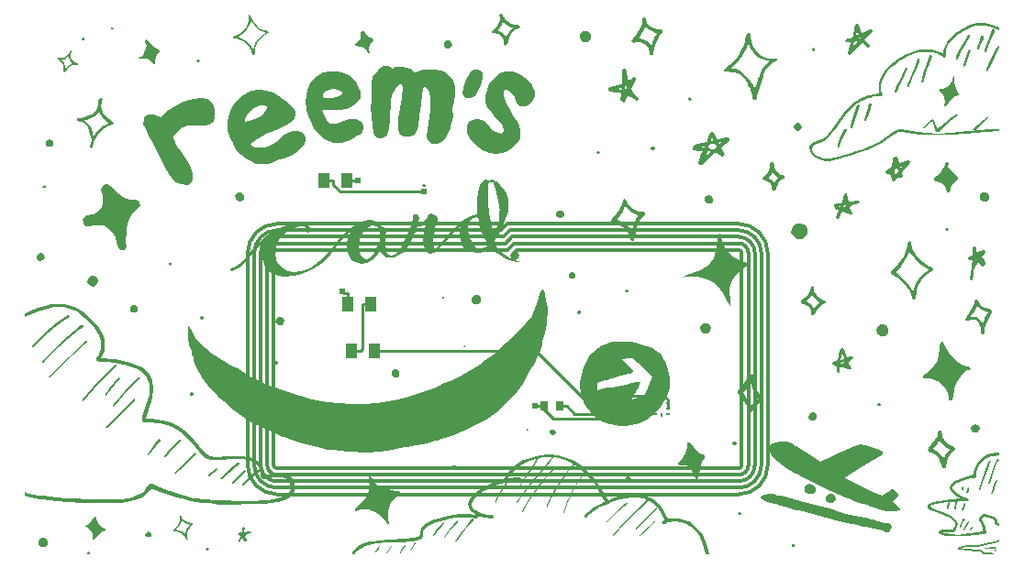
<source format=gtl>
G04 Layer: TopLayer*
G04 EasyEDA v6.5.50, 2025-06-19 10:13:18*
G04 a84239dc67104c4f9253a13bb71c2901,cfac02f6325b4f3d8a51e7031594ce25,10*
G04 Gerber Generator version 0.2*
G04 Scale: 100 percent, Rotated: No, Reflected: No *
G04 Dimensions in millimeters *
G04 leading zeros omitted , absolute positions ,4 integer and 5 decimal *
%FSLAX45Y45*%
%MOMM*%

%AMMACRO1*21,1,$1,$2,0,0,$3*%
%ADD10C,0.2540*%
%ADD11C,0.3000*%
%ADD12R,0.8000X0.9000*%
%ADD13MACRO1,1X1.3995X0.0000*%
%ADD14R,1.0000X1.3995*%
%ADD15MACRO1,0.864X0.8065X90.0000*%
%ADD16R,0.4000X0.2200*%
%ADD17R,0.2200X0.4000*%
%ADD18R,0.4000X0.2800*%
%ADD19C,0.8080*%
%ADD20R,0.3000X0.7501*%
%ADD21C,0.6096*%
%ADD22C,0.0125*%

%LPD*%
G36*
X5047538Y4960569D02*
G01*
X5037378Y4948631D01*
X5043119Y4926634D01*
X5047335Y4897424D01*
X5021326Y4844440D01*
X4976955Y4798364D01*
X5030114Y4798364D01*
X5030114Y4805781D01*
X5062575Y4853025D01*
X5072837Y4880711D01*
X5080152Y4880711D01*
X5107990Y4855159D01*
X5149697Y4832756D01*
X5161584Y4832756D01*
X5161584Y4827879D01*
X5130241Y4790846D01*
X5102047Y4736947D01*
X5095849Y4736896D01*
X5095849Y4747768D01*
X5062677Y4784394D01*
X5030114Y4798364D01*
X4976955Y4798364D01*
X4972558Y4793792D01*
X4972558Y4781346D01*
X4982870Y4775149D01*
X5030876Y4769662D01*
X5060035Y4746701D01*
X5078933Y4710938D01*
X5083759Y4675022D01*
X5090871Y4663948D01*
X5110530Y4668723D01*
X5120487Y4695545D01*
X5120487Y4708702D01*
X5141315Y4754422D01*
X5169052Y4794808D01*
X5192420Y4816094D01*
X5226405Y4824831D01*
X5237378Y4837684D01*
X5218531Y4852517D01*
X5188305Y4857140D01*
X5151323Y4866081D01*
X5114340Y4890008D01*
X5088636Y4916627D01*
X5067198Y4960569D01*
G37*
G36*
X2728976Y4953254D02*
G01*
X2728976Y4884928D01*
X2708757Y4842002D01*
X2677363Y4801362D01*
X2638704Y4768342D01*
X2587193Y4742891D01*
X2587193Y4736896D01*
X2630322Y4736896D01*
X2630322Y4743094D01*
X2659888Y4758537D01*
X2714548Y4815535D01*
X2745384Y4873091D01*
X2745384Y4887366D01*
X2750413Y4892243D01*
X2779268Y4850739D01*
X2813202Y4816094D01*
X2846070Y4794300D01*
X2880969Y4784547D01*
X2880969Y4777790D01*
X2858617Y4763516D01*
X2818282Y4726940D01*
X2788056Y4682998D01*
X2777286Y4647031D01*
X2766822Y4619091D01*
X2751785Y4651044D01*
X2727401Y4687011D01*
X2699969Y4711700D01*
X2679649Y4720945D01*
X2657043Y4729835D01*
X2642768Y4736896D01*
X2587193Y4736896D01*
X2587193Y4731054D01*
X2615946Y4725365D01*
X2640584Y4719878D01*
X2648813Y4714392D01*
X2685237Y4703216D01*
X2727960Y4662678D01*
X2750769Y4619091D01*
X2765247Y4579162D01*
X2777540Y4576673D01*
X2783179Y4593945D01*
X2789936Y4635042D01*
X2797556Y4663033D01*
X2815945Y4702048D01*
X2854299Y4741926D01*
X2907690Y4778552D01*
X2913430Y4786680D01*
X2900273Y4800803D01*
X2882950Y4800803D01*
X2840634Y4815840D01*
X2806039Y4842764D01*
X2769412Y4892598D01*
X2739237Y4950155D01*
G37*
G36*
X6370726Y4920640D02*
G01*
X6361836Y4898694D01*
X6356705Y4866741D01*
X6343802Y4826762D01*
X6312052Y4767580D01*
X6278926Y4730648D01*
X6332728Y4730648D01*
X6332728Y4735118D01*
X6346596Y4754372D01*
X6376568Y4810810D01*
X6382207Y4832756D01*
X6390081Y4832756D01*
X6433413Y4800803D01*
X6493357Y4772609D01*
X6478270Y4750917D01*
X6459169Y4706975D01*
X6451904Y4693107D01*
X6451600Y4678984D01*
X6440779Y4660036D01*
X6416954Y4690414D01*
X6369964Y4719980D01*
X6332728Y4730648D01*
X6278926Y4730648D01*
X6273139Y4724196D01*
X6261709Y4708652D01*
X6271310Y4688179D01*
X6306007Y4693564D01*
X6339433Y4694783D01*
X6394297Y4668520D01*
X6417310Y4635042D01*
X6427266Y4612690D01*
X6427266Y4586732D01*
X6437122Y4577130D01*
X6459575Y4577130D01*
X6465062Y4593945D01*
X6471970Y4635042D01*
X6479743Y4666996D01*
X6500571Y4721148D01*
X6523024Y4758893D01*
X6546392Y4785106D01*
X6546291Y4798822D01*
X6539128Y4809794D01*
X6496812Y4811776D01*
X6434988Y4841900D01*
X6398666Y4874717D01*
X6395618Y4908346D01*
X6385153Y4920640D01*
G37*
G36*
X9521393Y4872736D02*
G01*
X9445447Y4871974D01*
X9416694Y4864658D01*
X9383826Y4855464D01*
X9305747Y4816500D01*
X9235897Y4766056D01*
X9182455Y4710734D01*
X9159595Y4669434D01*
X9139326Y4615129D01*
X9139326Y4589119D01*
X9134703Y4589119D01*
X9089644Y4609134D01*
X9028531Y4625086D01*
X8928658Y4625086D01*
X8894826Y4616551D01*
X8866073Y4608576D01*
X8849614Y4601870D01*
X8800338Y4583887D01*
X8739784Y4552289D01*
X8713978Y4535220D01*
X8681161Y4511446D01*
X8612632Y4447336D01*
X8575954Y4400042D01*
X8559139Y4364228D01*
X8546998Y4319524D01*
X8544153Y4219651D01*
X8496249Y4214266D01*
X8459266Y4206748D01*
X8442807Y4200956D01*
X8426399Y4194759D01*
X8381187Y4175963D01*
X8327745Y4145127D01*
X8283549Y4112056D01*
X8231835Y4055922D01*
X8195868Y4007967D01*
X8110677Y3888130D01*
X8077403Y3848201D01*
X8048345Y3817518D01*
X8015478Y3795725D01*
X7986674Y3785463D01*
X7970266Y3779113D01*
X7941513Y3768750D01*
X7914995Y3752342D01*
X7904683Y3728364D01*
X7905750Y3683558D01*
X7926527Y3651504D01*
X7956702Y3627374D01*
X7990789Y3610559D01*
X8056524Y3594709D01*
X8084362Y3594557D01*
X8114080Y3601872D01*
X8159292Y3611270D01*
X8183930Y3618331D01*
X8233257Y3633419D01*
X8270240Y3643629D01*
X8323630Y3659378D01*
X8337905Y3666439D01*
X8349284Y3666439D01*
X8393531Y3683406D01*
X8428329Y3698392D01*
X8432342Y3698392D01*
X8488019Y3722776D01*
X8537346Y3747719D01*
X8566099Y3763264D01*
X8626398Y3802634D01*
X8677910Y3841496D01*
X8724696Y3867150D01*
X8763355Y3862374D01*
X8804402Y3854094D01*
X8853728Y3846474D01*
X8931808Y3836212D01*
X9211259Y3836212D01*
X9342729Y3846423D01*
X9433153Y3853891D01*
X9535871Y3862019D01*
X9642703Y3869588D01*
X9657080Y3875024D01*
X9657080Y3891178D01*
X9568738Y3886047D01*
X9375597Y3870502D01*
X9268764Y3862273D01*
X9211259Y3858107D01*
X9083852Y3849776D01*
X8898940Y3862222D01*
X8845499Y3869740D01*
X8800338Y3877818D01*
X8759240Y3886200D01*
X8729167Y3891076D01*
X8690254Y3876649D01*
X8606383Y3816248D01*
X8566099Y3788562D01*
X8524697Y3763924D01*
X8436762Y3722370D01*
X8425942Y3722370D01*
X8418169Y3715613D01*
X8370925Y3698392D01*
X8327745Y3683355D01*
X8290763Y3673246D01*
X8229142Y3653485D01*
X8138718Y3630015D01*
X8089442Y3618026D01*
X8040116Y3621633D01*
X8007248Y3629151D01*
X7969859Y3645357D01*
X7938363Y3672179D01*
X7923682Y3705555D01*
X7934299Y3736340D01*
X7970266Y3753561D01*
X8019542Y3771696D01*
X8063128Y3799332D01*
X8107324Y3848201D01*
X8151571Y3908094D01*
X8245551Y4039260D01*
X8319516Y4112666D01*
X8382863Y4153763D01*
X8391550Y4153763D01*
X8405825Y4160774D01*
X8438692Y4174794D01*
X8465413Y4181703D01*
X8496249Y4190542D01*
X8573465Y4195673D01*
X8581898Y4208780D01*
X8564016Y4249115D01*
X8564016Y4288942D01*
X8572906Y4331512D01*
X8582202Y4363466D01*
X8603945Y4399788D01*
X8641181Y4447387D01*
X8685276Y4484319D01*
X8721902Y4513986D01*
X8755126Y4536084D01*
X8817356Y4568037D01*
X8878366Y4589983D01*
X8911285Y4597450D01*
X8973464Y4603800D01*
X9038640Y4597806D01*
X9073134Y4590288D01*
X9120835Y4567885D01*
X9143441Y4552645D01*
X9161932Y4555185D01*
X9162389Y4619091D01*
X9182455Y4669129D01*
X9220200Y4722926D01*
X9276994Y4769713D01*
X9322206Y4799685D01*
X9387636Y4833315D01*
X9433153Y4846320D01*
X9527540Y4849266D01*
X9564624Y4839868D01*
X9613950Y4823866D01*
X9657080Y4800244D01*
X9657080Y4827473D01*
X9613950Y4847894D01*
X9560509Y4863998D01*
G37*
G36*
X8330285Y4860747D02*
G01*
X8327136Y4854752D01*
X8318093Y4822799D01*
X8302721Y4756353D01*
X8333943Y4756353D01*
X8333943Y4772202D01*
X8338921Y4784852D01*
X8346440Y4784852D01*
X8354720Y4763770D01*
X8352434Y4761890D01*
X8333943Y4756353D01*
X8302721Y4756353D01*
X8298992Y4740249D01*
X8272255Y4729327D01*
X8354263Y4729327D01*
X8359038Y4736896D01*
X8370417Y4736896D01*
X8375497Y4728921D01*
X8370417Y4720894D01*
X8354263Y4729327D01*
X8272255Y4729327D01*
X8271256Y4728921D01*
X8253780Y4728870D01*
X8227059Y4713071D01*
X8227212Y4706975D01*
X8234934Y4695088D01*
X8285632Y4697526D01*
X8281263Y4675022D01*
X8276870Y4659122D01*
X8309254Y4659122D01*
X8309254Y4677410D01*
X8321802Y4700981D01*
X8337550Y4700981D01*
X8343188Y4692091D01*
X8309254Y4659122D01*
X8276870Y4659122D01*
X8264702Y4615078D01*
X8256270Y4588662D01*
X8260842Y4577130D01*
X8284616Y4577130D01*
X8284616Y4583734D01*
X8347049Y4655007D01*
X8380831Y4688992D01*
X8392058Y4688992D01*
X8439454Y4645050D01*
X8452815Y4645050D01*
X8461298Y4660493D01*
X8461298Y4665218D01*
X8411718Y4716983D01*
X8420100Y4730902D01*
X8481872Y4794402D01*
X8481872Y4803241D01*
X8471966Y4812792D01*
X8455152Y4812690D01*
X8389416Y4780991D01*
X8379866Y4780838D01*
X8357616Y4850739D01*
X8349335Y4860747D01*
G37*
G36*
X1458925Y4832756D02*
G01*
X1454200Y4820818D01*
X1458925Y4808829D01*
X1474774Y4808829D01*
X1479905Y4821783D01*
X1470507Y4832756D01*
G37*
G36*
X9594799Y4820818D02*
G01*
X9583115Y4816144D01*
X9583115Y4801209D01*
X9575952Y4782870D01*
X9566148Y4750917D01*
X9551060Y4714951D01*
X9534398Y4671009D01*
X9524542Y4639056D01*
X9517380Y4620717D01*
X9517380Y4597095D01*
X9529419Y4597095D01*
X9537700Y4612132D01*
X9550806Y4651044D01*
X9561931Y4675022D01*
X9588195Y4738928D01*
X9607804Y4790795D01*
X9607804Y4815941D01*
G37*
G36*
X3766108Y4792827D02*
G01*
X3756253Y4783226D01*
X3756253Y4757369D01*
X3764483Y4752441D01*
X3764483Y4725212D01*
X3706926Y4667605D01*
X3706926Y4657953D01*
X3770325Y4652213D01*
X3788714Y4645406D01*
X3821988Y4616145D01*
X3822242Y4607102D01*
X3834637Y4591151D01*
X3842207Y4603038D01*
X3837635Y4620768D01*
X3847896Y4676597D01*
X3875430Y4702556D01*
X3875430Y4720945D01*
X3858971Y4736896D01*
X3842359Y4736896D01*
X3805580Y4772660D01*
X3805580Y4781397D01*
X3793845Y4792827D01*
G37*
G36*
X5821121Y4792827D02*
G01*
X5795518Y4777587D01*
X5786221Y4751679D01*
X5786221Y4733391D01*
X5802680Y4706213D01*
X5823559Y4696968D01*
X5851550Y4696968D01*
X5871159Y4705654D01*
X5884824Y4728159D01*
X5884824Y4765649D01*
X5856884Y4792827D01*
G37*
G36*
X7333030Y4776876D02*
G01*
X7316978Y4750917D01*
X7306970Y4714951D01*
X7306614Y4698288D01*
X7289749Y4648403D01*
X7269480Y4607102D01*
X7255205Y4583125D01*
X7228586Y4545787D01*
X7162241Y4481118D01*
X7127133Y4455922D01*
X7183424Y4455922D01*
X7257338Y4529429D01*
X7279640Y4563160D01*
X7294372Y4587138D01*
X7322058Y4643069D01*
X7332218Y4678984D01*
X7335672Y4690313D01*
X7342936Y4682998D01*
X7359700Y4636262D01*
X7384745Y4598314D01*
X7436053Y4550918D01*
X7499654Y4521250D01*
X7528509Y4521250D01*
X7528509Y4516577D01*
X7488631Y4471314D01*
X7463078Y4434382D01*
X7439050Y4383430D01*
X7429042Y4355439D01*
X7422235Y4339488D01*
X7418425Y4315510D01*
X7404608Y4263593D01*
X7400594Y4251604D01*
X7393279Y4264202D01*
X7379817Y4303522D01*
X7357109Y4327499D01*
X7329881Y4367428D01*
X7301026Y4399381D01*
X7260031Y4429760D01*
X7224268Y4445609D01*
X7187082Y4452366D01*
X7183424Y4455922D01*
X7127133Y4455922D01*
X7117842Y4449267D01*
X7109714Y4434433D01*
X7120686Y4419854D01*
X7214158Y4418838D01*
X7258405Y4396740D01*
X7298639Y4360164D01*
X7335367Y4310075D01*
X7335367Y4300321D01*
X7354874Y4259580D01*
X7364984Y4223664D01*
X7372350Y4205325D01*
X7372350Y4181449D01*
X7385659Y4161739D01*
X7410500Y4161739D01*
X7421422Y4175709D01*
X7421676Y4196486D01*
X7428992Y4219651D01*
X7439355Y4267606D01*
X7457897Y4331512D01*
X7475118Y4373727D01*
X7475118Y4399584D01*
X7505903Y4451299D01*
X7567574Y4511598D01*
X7602474Y4522520D01*
X7602474Y4545177D01*
X7530592Y4545380D01*
X7495286Y4553305D01*
X7456627Y4570679D01*
X7398461Y4627067D01*
X7375702Y4672634D01*
X7359345Y4734915D01*
X7355027Y4766868D01*
X7346696Y4776876D01*
G37*
G36*
X9361627Y4761382D02*
G01*
X9336328Y4712665D01*
X9305137Y4663033D01*
X9264497Y4583125D01*
X9254388Y4554626D01*
X9254388Y4537202D01*
X9270847Y4537202D01*
X9270847Y4545838D01*
X9305391Y4619091D01*
X9336582Y4669840D01*
X9336582Y4672126D01*
X9382099Y4742637D01*
X9379712Y4758893D01*
G37*
G36*
X9494774Y4756759D02*
G01*
X9486188Y4750917D01*
X9475317Y4714951D01*
X9459214Y4671009D01*
X9452203Y4658004D01*
X9446768Y4629962D01*
X9454997Y4625035D01*
X9466122Y4629200D01*
X9485782Y4678984D01*
X9505696Y4721860D01*
X9510369Y4749698D01*
X9498888Y4756759D01*
G37*
G36*
X1197356Y4740605D02*
G01*
X1182979Y4730394D01*
X1186078Y4714951D01*
X1210614Y4714951D01*
X1213154Y4732375D01*
G37*
G36*
X1787296Y4716932D02*
G01*
X1777644Y4716322D01*
X1767382Y4712258D01*
X1767382Y4697628D01*
X1784197Y4659528D01*
X1774494Y4619091D01*
X1754581Y4577334D01*
X1733397Y4561179D01*
X1718614Y4561179D01*
X1713230Y4544568D01*
X1718767Y4539183D01*
X1789988Y4538624D01*
X1821281Y4527448D01*
X1842668Y4489246D01*
X1856130Y4489246D01*
X1866036Y4498848D01*
X1866036Y4535982D01*
X1880870Y4579670D01*
X1908860Y4613503D01*
X1900377Y4626559D01*
X1843430Y4653381D01*
X1810562Y4694123D01*
G37*
G36*
X4549800Y4712970D02*
G01*
X4526737Y4693666D01*
X4526737Y4657852D01*
X4542231Y4641189D01*
X4567885Y4636516D01*
X4590491Y4644847D01*
X4603851Y4672177D01*
X4598314Y4693666D01*
X4576876Y4712970D01*
G37*
G36*
X9644075Y4661001D02*
G01*
X9642703Y4660900D01*
X9633254Y4655007D01*
X9610801Y4607102D01*
X9569907Y4523232D01*
X9534144Y4447336D01*
X9532823Y4435348D01*
X9533788Y4425340D01*
X9546437Y4425340D01*
X9573971Y4483303D01*
X9657080Y4645660D01*
X9657080Y4656175D01*
G37*
G36*
X7943240Y4641037D02*
G01*
X7933283Y4640427D01*
X7923022Y4636414D01*
X7923022Y4617364D01*
X7938871Y4609134D01*
X7951774Y4621631D01*
X7951774Y4625594D01*
G37*
G36*
X9373768Y4629048D02*
G01*
X9362135Y4607102D01*
X9320123Y4485944D01*
X9320123Y4465320D01*
X9332061Y4465320D01*
X9344253Y4491278D01*
X9356547Y4527194D01*
X9390837Y4617212D01*
X9386163Y4629048D01*
G37*
G36*
X1085392Y4617110D02*
G01*
X1065885Y4587138D01*
X1027125Y4552492D01*
X980490Y4554118D01*
X970229Y4553204D01*
X970229Y4538878D01*
X978475Y4531055D01*
X1003096Y4531055D01*
X1003096Y4537202D01*
X1029360Y4537202D01*
X1060602Y4558284D01*
X1060602Y4565142D01*
X1068832Y4565142D01*
X1068832Y4553102D01*
X1085596Y4518355D01*
X1101699Y4501591D01*
X1101699Y4495241D01*
X1055776Y4471974D01*
X1043228Y4453331D01*
X1035964Y4453331D01*
X1035964Y4476089D01*
X1026363Y4503267D01*
X1003096Y4531055D01*
X978475Y4531055D01*
X1007871Y4503267D01*
X1019505Y4481677D01*
X1019505Y4437735D01*
X1029055Y4417364D01*
X1035659Y4417364D01*
X1067968Y4463592D01*
X1103731Y4481118D01*
X1148892Y4483303D01*
X1151382Y4496155D01*
X1124305Y4506518D01*
X1097584Y4525619D01*
X1085240Y4548784D01*
X1085240Y4588662D01*
X1093470Y4593590D01*
X1093470Y4617110D01*
G37*
G36*
X9017355Y4581499D02*
G01*
X9008922Y4571136D01*
X9004503Y4551172D01*
X8974480Y4467301D01*
X8967724Y4451299D01*
X8950960Y4395419D01*
X8932570Y4324756D01*
X8944152Y4317542D01*
X8958529Y4334357D01*
X8958529Y4353102D01*
X8965895Y4371441D01*
X8976055Y4407408D01*
X8991955Y4455312D01*
X8998813Y4471314D01*
X9033103Y4556455D01*
X9030411Y4579061D01*
G37*
G36*
X8902446Y4541570D02*
G01*
X8891981Y4507230D01*
X8884564Y4493361D01*
X8884564Y4485487D01*
X8864752Y4443323D01*
X8838692Y4379417D01*
X8827719Y4355439D01*
X8810599Y4307027D01*
X8810599Y4281576D01*
X8827008Y4281576D01*
X8827008Y4301083D01*
X8835237Y4306011D01*
X8835237Y4325061D01*
X8843467Y4329988D01*
X8843467Y4341266D01*
X8868105Y4393590D01*
X8868105Y4397502D01*
X8900972Y4469231D01*
X8900972Y4473397D01*
X8918600Y4509770D01*
X8919464Y4539183D01*
G37*
G36*
X2258060Y4533188D02*
G01*
X2248154Y4523638D01*
X2248154Y4517796D01*
X2261057Y4505248D01*
X2276957Y4513529D01*
X2276957Y4528362D01*
X2263952Y4533188D01*
G37*
G36*
X3988409Y4476445D02*
G01*
X3968191Y4472533D01*
X3933139Y4449064D01*
X3911803Y4413656D01*
X3883456Y4396638D01*
X3872382Y4375454D01*
X3863390Y4311548D01*
X3863086Y4151731D01*
X3856939Y4083862D01*
X3858056Y4019956D01*
X3867454Y3924096D01*
X3874770Y3868165D01*
X3883812Y3839006D01*
X3910329Y3813454D01*
X3930904Y3805580D01*
X3957624Y3805478D01*
X3992168Y3822954D01*
X4003243Y3836212D01*
X4016451Y3864152D01*
X4024020Y3900119D01*
X4032046Y3980027D01*
X4038904Y4155744D01*
X4047540Y4203700D01*
X4053484Y4223207D01*
X4100779Y4284319D01*
X4127195Y4305909D01*
X4140200Y4303471D01*
X4147413Y4268114D01*
X4138574Y4175709D01*
X4122572Y4083862D01*
X4114139Y4021785D01*
X4109313Y4014165D01*
X4109313Y3885641D01*
X4119524Y3856177D01*
X4138320Y3830828D01*
X4164329Y3818229D01*
X4218990Y3818229D01*
X4256684Y3841445D01*
X4280865Y3876141D01*
X4287367Y3892143D01*
X4295038Y3924096D01*
X4302252Y4011980D01*
X4311294Y4063898D01*
X4319219Y4115815D01*
X4326991Y4211675D01*
X4332173Y4263593D01*
X4341164Y4281576D01*
X4358640Y4281576D01*
X4387799Y4251604D01*
X4396536Y4227626D01*
X4406544Y4178198D01*
X4401413Y4055922D01*
X4384446Y3940048D01*
X4376775Y3892143D01*
X4372356Y3812235D01*
X4391101Y3768699D01*
X4419854Y3752443D01*
X4469739Y3752342D01*
X4509058Y3772001D01*
X4551375Y3813200D01*
X4577130Y3864152D01*
X4587443Y3896106D01*
X4593590Y3912108D01*
X4602226Y3944061D01*
X4612030Y4012234D01*
X4602937Y4077868D01*
X4610100Y4095851D01*
X4620310Y4131767D01*
X4627422Y4157726D01*
X4636363Y4186224D01*
X4636211Y4283557D01*
X4618431Y4335068D01*
X4593336Y4371441D01*
X4567834Y4397857D01*
X4529582Y4421682D01*
X4502099Y4429912D01*
X4448657Y4441342D01*
X4345940Y4441291D01*
X4313072Y4433214D01*
X4258157Y4416196D01*
X4231741Y4437786D01*
X4193895Y4456074D01*
X4143400Y4466234D01*
X4082948Y4463084D01*
X4054856Y4449267D01*
X4033621Y4463186D01*
X4014774Y4472990D01*
G37*
G36*
X8791651Y4457344D02*
G01*
X8728913Y4331512D01*
X8708644Y4287570D01*
X8687308Y4236262D01*
X8687308Y4225086D01*
X8705088Y4227626D01*
X8739124Y4307535D01*
X8764676Y4359452D01*
X8806484Y4445508D01*
X8806484Y4457344D01*
G37*
G36*
X6185814Y4445355D02*
G01*
X6177381Y4435348D01*
X6171438Y4313377D01*
X6162192Y4307636D01*
X6121095Y4292854D01*
X6096457Y4285996D01*
X6067298Y4278782D01*
X6043015Y4267504D01*
X6043015Y4258513D01*
X6139586Y4258513D01*
X6139586Y4264355D01*
X6158077Y4273042D01*
X6164529Y4273600D01*
X6169456Y4261053D01*
X6162192Y4254246D01*
X6139586Y4258513D01*
X6043015Y4258513D01*
X6043015Y4249369D01*
X6196787Y4249369D01*
X6202273Y4289552D01*
X6212890Y4289552D01*
X6218021Y4266996D01*
X6209944Y4246422D01*
X6201816Y4241495D01*
X6196787Y4249369D01*
X6043015Y4249369D01*
X6043015Y4247743D01*
X6063589Y4238244D01*
X6125210Y4229811D01*
X6155740Y4224832D01*
X6164376Y4214723D01*
X6155944Y4157065D01*
X6161125Y4148988D01*
X6186728Y4138523D01*
X6201867Y4146346D01*
X6225641Y4197908D01*
X6256731Y4185310D01*
X6311950Y4151833D01*
X6325565Y4165041D01*
X6320637Y4184243D01*
X6301028Y4194403D01*
X6273038Y4231640D01*
X6257086Y4261205D01*
X6275222Y4295546D01*
X6303975Y4346092D01*
X6303975Y4356201D01*
X6288938Y4369460D01*
X6277051Y4369460D01*
X6248501Y4346600D01*
X6230010Y4340961D01*
X6222949Y4359452D01*
X6212738Y4427372D01*
X6205524Y4445355D01*
G37*
G36*
X4810150Y4441342D02*
G01*
X4779873Y4420362D01*
X4760366Y4391406D01*
X4735068Y4350207D01*
X4724349Y4319524D01*
X4717796Y4311904D01*
X4717796Y4294022D01*
X4710480Y4289653D01*
X4704638Y4259580D01*
X4703673Y4219651D01*
X4718913Y4189374D01*
X4742078Y4177741D01*
X4779213Y4177741D01*
X4810252Y4194454D01*
X4827371Y4209796D01*
X4864963Y4279595D01*
X4878882Y4319524D01*
X4890414Y4361840D01*
X4890211Y4407408D01*
X4876038Y4424629D01*
X4847234Y4441291D01*
G37*
G36*
X5165344Y4425340D02*
G01*
X5097932Y4425086D01*
X5039461Y4402683D01*
X4994656Y4367428D01*
X4960366Y4326737D01*
X4940706Y4283557D01*
X4926584Y4243628D01*
X4915052Y4201312D01*
X4915052Y4143095D01*
X4932375Y4091838D01*
X4968849Y4039006D01*
X4989017Y4020565D01*
X4989017Y4010609D01*
X4996027Y4007967D01*
X5060188Y3928059D01*
X5079441Y3885895D01*
X5079441Y3875379D01*
X5066487Y3850182D01*
X5056378Y3850182D01*
X4988255Y3876903D01*
X4954066Y3908450D01*
X4902403Y3965803D01*
X4876038Y3977030D01*
X4842205Y3986022D01*
X4817668Y3986022D01*
X4789728Y3976674D01*
X4760722Y3959047D01*
X4740402Y3920642D01*
X4740605Y3859377D01*
X4769154Y3804665D01*
X4849825Y3720388D01*
X4884216Y3693515D01*
X4925314Y3675126D01*
X4954066Y3667150D01*
X5015738Y3662679D01*
X5065064Y3669792D01*
X5094884Y3677361D01*
X5143093Y3700170D01*
X5223611Y3775862D01*
X5237632Y3804259D01*
X5237429Y3884574D01*
X5226456Y3920083D01*
X5211724Y3957269D01*
X5169966Y4015943D01*
X5144973Y4049572D01*
X5096865Y4143756D01*
X5086604Y4175709D01*
X5079441Y4194098D01*
X5079441Y4226052D01*
X5091938Y4249623D01*
X5108498Y4249623D01*
X5142788Y4232656D01*
X5184800Y4190085D01*
X5194096Y4159758D01*
X5198922Y4137151D01*
X5230876Y4103827D01*
X5286959Y4104132D01*
X5320842Y4121454D01*
X5353812Y4157878D01*
X5367070Y4197197D01*
X5366969Y4235653D01*
X5354421Y4270552D01*
X5341162Y4295546D01*
X5310428Y4335475D01*
X5274614Y4367682D01*
X5241747Y4391609D01*
X5188305Y4416348D01*
G37*
G36*
X3548735Y4425086D02*
G01*
X3466541Y4424375D01*
X3433673Y4416450D01*
X3417265Y4410811D01*
X3360420Y4383887D01*
X3301085Y4326940D01*
X3274618Y4273550D01*
X3266592Y4243628D01*
X3259175Y4203700D01*
X3257973Y4189882D01*
X3411067Y4189882D01*
X3411067Y4200448D01*
X3423818Y4225290D01*
X3449878Y4246575D01*
X3474770Y4256684D01*
X3499408Y4264761D01*
X3509314Y4265574D01*
X3552850Y4254347D01*
X3569309Y4248302D01*
X3591864Y4233113D01*
X3591864Y4214926D01*
X3577488Y4203344D01*
X3556965Y4194200D01*
X3528212Y4186224D01*
X3494379Y4177741D01*
X3435350Y4177741D01*
X3411067Y4189882D01*
X3257973Y4189882D01*
X3253740Y4141825D01*
X3263493Y4079849D01*
X3272536Y4035907D01*
X3291890Y3977894D01*
X3332124Y3900119D01*
X3382111Y3838651D01*
X3433673Y3796944D01*
X3485438Y3773373D01*
X3515868Y3765143D01*
X3581450Y3761638D01*
X3614470Y3771239D01*
X3659682Y3787089D01*
X3692550Y3802532D01*
X3729532Y3826357D01*
X3755593Y3842613D01*
X3775608Y3868165D01*
X3789121Y3893718D01*
X3789121Y3921099D01*
X3776370Y3950817D01*
X3754221Y3969765D01*
X3717493Y3986834D01*
X3651453Y3987037D01*
X3585718Y3957065D01*
X3542334Y3938066D01*
X3480815Y3938066D01*
X3443376Y3976014D01*
X3402025Y4058716D01*
X3411524Y4067860D01*
X3564026Y4065981D01*
X3631844Y4077512D01*
X3667912Y4091432D01*
X3696665Y4107230D01*
X3738118Y4140962D01*
X3758184Y4178960D01*
X3757879Y4239615D01*
X3738727Y4291533D01*
X3717442Y4327499D01*
X3655517Y4387392D01*
X3610356Y4408678D01*
X3593947Y4414266D01*
G37*
G36*
X9231274Y4381449D02*
G01*
X9220403Y4339488D01*
X9207957Y4315510D01*
X9188653Y4290822D01*
X9153702Y4274261D01*
X9125762Y4265574D01*
X9102090Y4265574D01*
X9097416Y4253738D01*
X9130334Y4217416D01*
X9146438Y4183735D01*
X9155988Y4143756D01*
X9147556Y4100728D01*
X9147556Y4097832D01*
X9162694Y4097832D01*
X9185148Y4137964D01*
X9230614Y4185716D01*
X9285224Y4210761D01*
X9288678Y4213707D01*
X9271762Y4231640D01*
X9255302Y4263593D01*
X9237929Y4320387D01*
X9237929Y4381449D01*
G37*
G36*
X2837332Y4257598D02*
G01*
X2809087Y4256532D01*
X2755646Y4246727D01*
X2718663Y4232249D01*
X2673451Y4204512D01*
X2599486Y4131208D01*
X2559608Y4061968D01*
X2540711Y4003954D01*
X2533203Y3961231D01*
X2696057Y3961231D01*
X2696057Y3977640D01*
X2705455Y3999992D01*
X2724454Y4039920D01*
X2763875Y4076649D01*
X2792628Y4095851D01*
X2825496Y4113479D01*
X2864815Y4113834D01*
X2892552Y4102557D01*
X2897632Y4086910D01*
X2889605Y4066336D01*
X2856992Y4019956D01*
X2800858Y3987495D01*
X2763875Y3972915D01*
X2731008Y3965295D01*
X2696057Y3961231D01*
X2533203Y3961231D01*
X2530906Y3948074D01*
X2534920Y3880154D01*
X2542895Y3844188D01*
X2557068Y3805123D01*
X2581046Y3759352D01*
X2581046Y3754780D01*
X2611272Y3704386D01*
X2661158Y3653434D01*
X2704896Y3620515D01*
X2735122Y3598519D01*
X2792628Y3571748D01*
X2825496Y3565042D01*
X2899460Y3565245D01*
X2937408Y3574135D01*
X3008680Y3607054D01*
X3055620Y3618890D01*
X3129584Y3654501D01*
X3158388Y3670350D01*
X3212490Y3707739D01*
X3244646Y3756253D01*
X3254806Y3784295D01*
X3254908Y3809288D01*
X3243224Y3836212D01*
X3215843Y3861815D01*
X3179927Y3874160D01*
X3133598Y3874160D01*
X3090113Y3858717D01*
X3059938Y3841394D01*
X3032912Y3820261D01*
X2978658Y3772306D01*
X2939846Y3743909D01*
X2903575Y3731564D01*
X2874264Y3722370D01*
X2790088Y3722370D01*
X2745384Y3743655D01*
X2745384Y3753358D01*
X2805938Y3793998D01*
X2841955Y3823360D01*
X2891282Y3845255D01*
X2996285Y3890162D01*
X3000095Y3890162D01*
X3086608Y3930497D01*
X3139033Y3978198D01*
X3156305Y4013860D01*
X3156305Y4049979D01*
X3138830Y4086098D01*
X3102559Y4125315D01*
X3010408Y4196486D01*
X2955137Y4228642D01*
X2887167Y4248861D01*
G37*
G36*
X6789420Y4182211D02*
G01*
X6780072Y4165244D01*
X6789877Y4153763D01*
X6804304Y4153763D01*
X6815074Y4166412D01*
X6806488Y4179722D01*
G37*
G36*
X1371904Y4177741D02*
G01*
X1358544Y4177233D01*
X1340053Y4159453D01*
X1340053Y4111701D01*
X1323746Y4068368D01*
X1292758Y4037380D01*
X1227023Y4005884D01*
X1179372Y3993997D01*
X1142288Y3993997D01*
X1144231Y3974134D01*
X1214170Y3974134D01*
X1218133Y3977995D01*
X1233982Y3977995D01*
X1305102Y4011676D01*
X1346200Y4053027D01*
X1350314Y4053789D01*
X1373835Y4004665D01*
X1431645Y3948684D01*
X1414373Y3936085D01*
X1376273Y3912971D01*
X1328928Y3870401D01*
X1297940Y3822344D01*
X1290726Y3826713D01*
X1290624Y3852214D01*
X1279144Y3888943D01*
X1261313Y3927043D01*
X1214170Y3974134D01*
X1144231Y3974134D01*
X1144828Y3968038D01*
X1177747Y3959860D01*
X1208735Y3945026D01*
X1242364Y3908094D01*
X1257096Y3876141D01*
X1265478Y3844188D01*
X1275588Y3786479D01*
X1260856Y3725722D01*
X1274419Y3712514D01*
X1288440Y3721100D01*
X1300124Y3768293D01*
X1320495Y3812235D01*
X1341577Y3844188D01*
X1383182Y3886860D01*
X1439214Y3922725D01*
X1465529Y3933393D01*
X1481023Y3950055D01*
X1465783Y3966413D01*
X1438402Y3979062D01*
X1392885Y4027932D01*
X1382014Y4051909D01*
X1376273Y4067860D01*
X1364640Y4110278D01*
X1372920Y4125264D01*
X1372920Y4145381D01*
X1382318Y4165498D01*
G37*
G36*
X2295448Y4177436D02*
G01*
X2262581Y4176928D01*
X2242007Y4170527D01*
X2207463Y4169714D01*
X2188565Y4162602D01*
X2126945Y4143756D01*
X2029409Y4094937D01*
X1965248Y4049572D01*
X1914906Y3997248D01*
X1855114Y4025950D01*
X1804619Y4025950D01*
X1769008Y4009136D01*
X1758238Y3985412D01*
X1757222Y3936085D01*
X1768754Y3908094D01*
X1808175Y3828237D01*
X1833067Y3788257D01*
X1856943Y3740353D01*
X1880362Y3688435D01*
X1959356Y3536645D01*
X1993849Y3473856D01*
X2013153Y3444798D01*
X2061210Y3399739D01*
X2102307Y3377742D01*
X2168601Y3376879D01*
X2198217Y3398774D01*
X2211679Y3424783D01*
X2211984Y3481984D01*
X2194255Y3532632D01*
X2170125Y3581044D01*
X2083612Y3708400D01*
X2078431Y3720388D01*
X2068220Y3732377D01*
X2030374Y3801922D01*
X2030475Y3820261D01*
X2065477Y3865524D01*
X2102307Y3896360D01*
X2139289Y3913276D01*
X2163927Y3921455D01*
X2200910Y3927449D01*
X2270760Y3926941D01*
X2326589Y3921150D01*
X2365298Y3931361D01*
X2389936Y3947668D01*
X2405024Y3964025D01*
X2417216Y3991965D01*
X2416708Y4066794D01*
X2407412Y4099814D01*
X2395575Y4126128D01*
X2370226Y4154170D01*
X2344724Y4167073D01*
G37*
G36*
X8452815Y4129786D02*
G01*
X8439810Y4083862D01*
X8433409Y4063898D01*
X8415629Y4003954D01*
X8407908Y3985615D01*
X8407908Y3962044D01*
X8423706Y3962044D01*
X8433104Y3991965D01*
X8439962Y4007967D01*
X8456625Y4051909D01*
X8477554Y4117594D01*
X8472779Y4129786D01*
G37*
G36*
X8346694Y4117797D02*
G01*
X8333943Y4100068D01*
X8333943Y4086250D01*
X8326577Y4067860D01*
X8316366Y4031945D01*
X8302142Y3988003D01*
X8284616Y3923182D01*
X8284616Y3898137D01*
X8300720Y3898137D01*
X8310321Y3932072D01*
X8324545Y3976014D01*
X8343138Y4035907D01*
X8357971Y4075887D01*
X8368233Y4105300D01*
X8357565Y4117797D01*
G37*
G36*
X9270847Y4025950D02*
G01*
X9252305Y4025696D01*
X9190177Y3983990D01*
X9149588Y3952443D01*
X9081262Y3885996D01*
X9073591Y3890619D01*
X9073591Y3906012D01*
X9064040Y3944061D01*
X9053931Y3975862D01*
X9041993Y3983177D01*
X9021165Y3978097D01*
X8950299Y3910279D01*
X8950299Y3894124D01*
X8961120Y3894124D01*
X9030411Y3958031D01*
X9040723Y3958031D01*
X9040723Y3944620D01*
X9048597Y3920083D01*
X9059011Y3869486D01*
X9073896Y3861714D01*
X9092082Y3867251D01*
X9191599Y3960672D01*
X9270847Y4014368D01*
G37*
G36*
X9543948Y4002024D02*
G01*
X9511233Y3976370D01*
X9416694Y3896156D01*
X9411055Y3888536D01*
X9415119Y3882136D01*
X9429953Y3882136D01*
X9478314Y3925824D01*
X9554006Y3988003D01*
X9552279Y3999331D01*
G37*
G36*
X7793583Y3946042D02*
G01*
X7764983Y3932072D01*
X7757566Y3906570D01*
X7773466Y3880205D01*
X7795615Y3872636D01*
X7818221Y3880307D01*
X7834071Y3908958D01*
X7822946Y3935069D01*
X7795869Y3946042D01*
G37*
G36*
X8222488Y3890162D02*
G01*
X8205520Y3852214D01*
X8189925Y3818280D01*
X8180984Y3796284D01*
X8161324Y3744366D01*
X8161324Y3726840D01*
X8167878Y3722928D01*
X8176310Y3728364D01*
X8199018Y3784295D01*
X8211769Y3812235D01*
X8243519Y3877665D01*
X8243519Y3890162D01*
G37*
G36*
X7007199Y3862171D02*
G01*
X7004608Y3861663D01*
X6986320Y3854500D01*
X6970725Y3820261D01*
X6960006Y3784295D01*
X6958291Y3782314D01*
X6994296Y3782314D01*
X6994296Y3793896D01*
X7003745Y3814013D01*
X7009841Y3810304D01*
X7015327Y3789019D01*
X7004608Y3782415D01*
X6958291Y3782314D01*
X6949592Y3772204D01*
X6910629Y3761638D01*
X7063231Y3761638D01*
X7068769Y3770325D01*
X7088835Y3770325D01*
X7088835Y3764229D01*
X7071410Y3753662D01*
X7063231Y3761638D01*
X6910629Y3761638D01*
X6842556Y3741724D01*
X6821728Y3725773D01*
X6821728Y3723386D01*
X6903313Y3723386D01*
X6910070Y3729685D01*
X6936790Y3734358D01*
X6936790Y3727348D01*
X6925259Y3718051D01*
X6903313Y3723386D01*
X6821728Y3723386D01*
X6821728Y3717899D01*
X6969912Y3717899D01*
X6978751Y3742537D01*
X6993839Y3750360D01*
X7025131Y3757523D01*
X7031431Y3758336D01*
X7045604Y3729431D01*
X7017207Y3706418D01*
X6998157Y3706418D01*
X6969912Y3717899D01*
X6821728Y3717899D01*
X6821728Y3707384D01*
X6831990Y3699154D01*
X6880758Y3690416D01*
X6910781Y3690416D01*
X6915454Y3685844D01*
X6893307Y3644849D01*
X6949135Y3644849D01*
X6949135Y3654755D01*
X6961022Y3682441D01*
X6982002Y3682441D01*
X6982002Y3676040D01*
X6949135Y3644849D01*
X6893307Y3644849D01*
X6891274Y3641090D01*
X6895185Y3631082D01*
X6879285Y3588664D01*
X6879285Y3571849D01*
X6894271Y3558590D01*
X6908546Y3558590D01*
X7023455Y3666439D01*
X7042861Y3666439D01*
X7097420Y3637838D01*
X7117588Y3650640D01*
X7117588Y3656177D01*
X7084618Y3717848D01*
X7127138Y3752342D01*
X7166914Y3787394D01*
X7166914Y3805986D01*
X7151014Y3814267D01*
X7131964Y3814165D01*
X7066229Y3797554D01*
X7050887Y3796284D01*
X7043724Y3808272D01*
X7022947Y3853992D01*
G37*
G36*
X894181Y3794251D02*
G01*
X885952Y3793744D01*
X866190Y3786073D01*
X855421Y3772306D01*
X855167Y3747719D01*
X874166Y3730345D01*
X904443Y3730345D01*
X920902Y3746347D01*
X920902Y3778402D01*
G37*
G36*
X6452463Y3730345D02*
G01*
X6439560Y3717798D01*
X6439560Y3706977D01*
X6452920Y3693972D01*
X6469430Y3696411D01*
X6480556Y3712768D01*
X6467856Y3730345D01*
G37*
G36*
X5944057Y3686759D02*
G01*
X5938266Y3681120D01*
X5938266Y3666744D01*
X5952744Y3659174D01*
X5968898Y3670655D01*
X5960008Y3684422D01*
G37*
G36*
X8710676Y3634486D02*
G01*
X8697569Y3634181D01*
X8671864Y3623310D01*
X8667597Y3596538D01*
X8659202Y3548938D01*
X8691422Y3548938D01*
X8691422Y3565245D01*
X8697061Y3570732D01*
X8705443Y3562553D01*
X8691422Y3548938D01*
X8659202Y3548938D01*
X8657742Y3540658D01*
X8648243Y3530650D01*
X8740140Y3530650D01*
X8742832Y3544265D01*
X8765794Y3550615D01*
X8751011Y3530904D01*
X8740140Y3530650D01*
X8648243Y3530650D01*
X8640673Y3522675D01*
X8632596Y3522675D01*
X8621882Y3514699D01*
X8683701Y3514699D01*
X8705799Y3526332D01*
X8710676Y3526637D01*
X8720175Y3506317D01*
X8720124Y3496716D01*
X8700211Y3472738D01*
X8688324Y3484727D01*
X8683701Y3514699D01*
X8621882Y3514699D01*
X8605113Y3502304D01*
X8605113Y3487674D01*
X8618575Y3476751D01*
X8652408Y3463798D01*
X8665210Y3417468D01*
X8682634Y3406241D01*
X8698890Y3414725D01*
X8716873Y3442970D01*
X8743188Y3438194D01*
X8762949Y3453739D01*
X8752027Y3485896D01*
X8763711Y3502151D01*
X8824620Y3567176D01*
X8835593Y3582466D01*
X8826804Y3598468D01*
X8808008Y3603040D01*
X8742781Y3575202D01*
X8731910Y3572611D01*
G37*
G36*
X7545730Y3586581D02*
G01*
X7536738Y3561435D01*
X7536535Y3540658D01*
X7517028Y3485032D01*
X7467556Y3439972D01*
X7520279Y3439972D01*
X7520279Y3442004D01*
X7550150Y3476751D01*
X7558582Y3494684D01*
X7564831Y3494684D01*
X7582306Y3467252D01*
X7612024Y3444087D01*
X7586065Y3407410D01*
X7586065Y3399840D01*
X7574584Y3390595D01*
X7557820Y3416858D01*
X7520279Y3439972D01*
X7467556Y3439972D01*
X7466888Y3439363D01*
X7466990Y3428796D01*
X7473035Y3420110D01*
X7512862Y3410508D01*
X7532979Y3397707D01*
X7552639Y3364890D01*
X7556601Y3330549D01*
X7566507Y3318967D01*
X7581493Y3318967D01*
X7594244Y3336696D01*
X7594244Y3351022D01*
X7601559Y3364890D01*
X7620152Y3406495D01*
X7641539Y3425545D01*
X7668209Y3435756D01*
X7668209Y3455873D01*
X7653832Y3466490D01*
X7635189Y3466744D01*
X7591348Y3508705D01*
X7578902Y3548634D01*
X7568539Y3586581D01*
G37*
G36*
X9159595Y3586581D02*
G01*
X9146540Y3544620D01*
X9121698Y3498596D01*
X9080804Y3458260D01*
X9048902Y3437737D01*
X9048902Y3420414D01*
X9058808Y3410813D01*
X9073337Y3410813D01*
X9118041Y3390950D01*
X9144203Y3369564D01*
X9163354Y3340049D01*
X9172498Y3306978D01*
X9195562Y3306978D01*
X9205061Y3327298D01*
X9205061Y3350666D01*
X9225635Y3394303D01*
X9270847Y3436721D01*
X9270847Y3449574D01*
X9222181Y3490722D01*
X9180068Y3544620D01*
X9184538Y3573932D01*
X9179560Y3586581D01*
G37*
G36*
X4974640Y3426206D02*
G01*
X4954066Y3418230D01*
X4911293Y3423361D01*
X4883810Y3410661D01*
X4870252Y3388461D01*
X4938979Y3388461D01*
X4950917Y3396843D01*
X4984902Y3398062D01*
X4984902Y3386988D01*
X5012588Y3304997D01*
X5022392Y3265017D01*
X5029758Y3237077D01*
X5038902Y3181146D01*
X5046522Y3137865D01*
X5046522Y3063697D01*
X5039360Y3045358D01*
X5029504Y3013405D01*
X4996332Y2931515D01*
X4990693Y2931515D01*
X4981752Y2957474D01*
X4972558Y2995422D01*
X4965039Y3029356D01*
X4956759Y3073298D01*
X4947920Y3121710D01*
X4947920Y3153257D01*
X4939233Y3181146D01*
X4938979Y3388461D01*
X4870252Y3388461D01*
X4858308Y3368903D01*
X4849876Y3340912D01*
X4841494Y3308959D01*
X4834940Y3233064D01*
X4835347Y3099511D01*
X4789728Y3090164D01*
X4722926Y3058363D01*
X4675022Y3023514D01*
X4595418Y2948178D01*
X4514392Y2850946D01*
X4483912Y2812491D01*
X4446219Y2782468D01*
X4438853Y2789732D01*
X4431842Y2855061D01*
X4441901Y2957474D01*
X4449724Y2985414D01*
X4471263Y3046780D01*
X4471263Y3076092D01*
X4447844Y3097276D01*
X4408576Y3108452D01*
X4387037Y3101187D01*
X4378858Y3073298D01*
X4333595Y3029102D01*
X4298442Y3018028D01*
X4289044Y3027121D01*
X4299254Y3057347D01*
X4296613Y3093212D01*
X4273702Y3103829D01*
X4250486Y3098901D01*
X4241139Y3078937D01*
X4241139Y3049930D01*
X4233113Y3025394D01*
X4215180Y2965450D01*
X4178604Y2885592D01*
X4139590Y2805684D01*
X4101236Y2756458D01*
X4072788Y2732176D01*
X4040784Y2722829D01*
X4004868Y2734462D01*
X3998366Y2765755D01*
X3987342Y2835046D01*
X3989832Y2890215D01*
X3999636Y2955340D01*
X3995572Y2965602D01*
X3926789Y3011982D01*
X3891686Y3039008D01*
X3846626Y3052826D01*
X3791661Y3042208D01*
X3749497Y3025394D01*
X3694582Y2994050D01*
X3635044Y2945536D01*
X3585616Y2897581D01*
X3515868Y2814269D01*
X3464509Y2752445D01*
X3380282Y2669336D01*
X3340049Y2637942D01*
X3299714Y2608275D01*
X3245408Y2582316D01*
X3199434Y2576017D01*
X3139135Y2570937D01*
X3092602Y2580843D01*
X3049727Y2601569D01*
X2993288Y2657906D01*
X2984195Y2689860D01*
X2974441Y2739542D01*
X2979470Y2777744D01*
X2984042Y2805684D01*
X2993644Y2837637D01*
X3021279Y2891129D01*
X3076194Y2941523D01*
X3146044Y2975508D01*
X3203549Y2995422D01*
X3242157Y2995422D01*
X3264966Y2976321D01*
X3266490Y2937510D01*
X3267252Y2930956D01*
X3285744Y2933496D01*
X3291179Y2976676D01*
X3278835Y3001873D01*
X3239160Y3028188D01*
X3162452Y3024073D01*
X3121406Y3016097D01*
X3031388Y2986735D01*
X2976575Y2960420D01*
X2936494Y2938068D01*
X2854299Y2875889D01*
X2796590Y2817672D01*
X2726893Y2734919D01*
X2708351Y2709824D01*
X2645664Y2647950D01*
X2589479Y2611983D01*
X2580589Y2611983D01*
X2555849Y2599537D01*
X2558440Y2582011D01*
X2578303Y2579268D01*
X2640584Y2609545D01*
X2731008Y2697835D01*
X2767990Y2744470D01*
X2804972Y2789529D01*
X2874213Y2859582D01*
X2876905Y2856941D01*
X2864256Y2832303D01*
X2852216Y2787345D01*
X2852216Y2692247D01*
X2859582Y2673908D01*
X2870352Y2637942D01*
X2890164Y2601976D01*
X2924149Y2567635D01*
X2960217Y2548026D01*
X2998114Y2535021D01*
X3055620Y2524709D01*
X3141929Y2532126D01*
X3187141Y2541066D01*
X3236417Y2557018D01*
X3293973Y2583637D01*
X3330956Y2604770D01*
X3392576Y2649016D01*
X3476701Y2732074D01*
X3590848Y2869641D01*
X3656228Y2935528D01*
X3665118Y2935528D01*
X3650284Y2905556D01*
X3632962Y2840736D01*
X3632962Y2793695D01*
X3743807Y2793695D01*
X3751326Y2865628D01*
X3759047Y2893720D01*
X3774135Y2925521D01*
X3815842Y2974594D01*
X3860139Y3003397D01*
X3875176Y3003397D01*
X3918559Y2984449D01*
X3945940Y2956458D01*
X3937101Y2925521D01*
X3936949Y2857601D01*
X3924452Y2822702D01*
X3886911Y2747772D01*
X3849725Y2707487D01*
X3815587Y2684729D01*
X3782974Y2699969D01*
X3760114Y2725826D01*
X3748989Y2745790D01*
X3743807Y2793695D01*
X3632962Y2793695D01*
X3632962Y2782316D01*
X3641191Y2755747D01*
X3649979Y2725826D01*
X3666845Y2692450D01*
X3690213Y2670657D01*
X3733647Y2655163D01*
X3770020Y2646984D01*
X3822090Y2655366D01*
X3865168Y2675890D01*
X3885844Y2693873D01*
X3919931Y2734106D01*
X3934460Y2763774D01*
X3940200Y2763774D01*
X3973728Y2720543D01*
X3999941Y2707843D01*
X4070604Y2707944D01*
X4099356Y2717901D01*
X4145686Y2743860D01*
X4181551Y2784703D01*
X4214622Y2837637D01*
X4248099Y2905556D01*
X4258970Y2933496D01*
X4264304Y2941523D01*
X4274870Y2977438D01*
X4282033Y2995422D01*
X4316018Y2995422D01*
X4364431Y3020517D01*
X4364431Y3028696D01*
X4368596Y3024632D01*
X4351020Y2973476D01*
X4342892Y2933496D01*
X4339183Y2825648D01*
X4357319Y2772562D01*
X4388104Y2739796D01*
X4413808Y2739796D01*
X4452772Y2757271D01*
X4489094Y2785719D01*
X4571949Y2882849D01*
X4637684Y2960522D01*
X4681016Y2996539D01*
X4686350Y2991408D01*
X4683568Y2979724D01*
X4750663Y2979724D01*
X4750663Y2993999D01*
X4763262Y3029813D01*
X4787646Y3058617D01*
X4830368Y3079292D01*
X4833620Y3079292D01*
X4849012Y3061309D01*
X4849317Y3019806D01*
X4862322Y2973476D01*
X4868875Y2948025D01*
X4900168Y2885592D01*
X4922520Y2853232D01*
X4925314Y2809849D01*
X4882083Y2787142D01*
X4842256Y2784297D01*
X4809388Y2817672D01*
X4782972Y2855874D01*
X4762754Y2898800D01*
X4750714Y2965450D01*
X4750663Y2979724D01*
X4683568Y2979724D01*
X4676698Y2950870D01*
X4676698Y2897581D01*
X4688484Y2842818D01*
X4709668Y2801721D01*
X4719878Y2789682D01*
X4746142Y2768650D01*
X4789728Y2756560D01*
X4839512Y2747772D01*
X4864455Y2747772D01*
X4911242Y2763418D01*
X4937658Y2781046D01*
X4960569Y2801518D01*
X4992166Y2765755D01*
X5058765Y2717850D01*
X5108448Y2688590D01*
X5167782Y2668879D01*
X5206949Y2659888D01*
X5236921Y2659888D01*
X5231384Y2665323D01*
X5176012Y2684322D01*
X5143703Y2692196D01*
X5092039Y2726182D01*
X5022138Y2791460D01*
X4998313Y2837637D01*
X4992573Y2855569D01*
X5022748Y2903067D01*
X5038344Y2916783D01*
X5038344Y2923692D01*
X5075834Y2983738D01*
X5082895Y3021380D01*
X5121452Y3129229D01*
X5121808Y3241090D01*
X5103012Y3293008D01*
X5087823Y3322320D01*
X5047589Y3373932D01*
X5021478Y3410813D01*
X5007305Y3410813D01*
X4991049Y3421735D01*
G37*
G36*
X4336643Y3382873D02*
G01*
X4326737Y3371291D01*
X4332122Y3354933D01*
X4351070Y3354933D01*
X4360875Y3366363D01*
X4351782Y3382873D01*
G37*
G36*
X1426718Y3378860D02*
G01*
X1407820Y3378504D01*
X1379372Y3364890D01*
X1367383Y3334105D01*
X1382014Y3276904D01*
X1377645Y3205124D01*
X1370279Y3168396D01*
X1354226Y3141218D01*
X1292758Y3101035D01*
X1228902Y3091383D01*
X1209903Y3079242D01*
X1198575Y3058718D01*
X1199946Y3025902D01*
X1209294Y3003956D01*
X1237437Y2991002D01*
X1315059Y2999435D01*
X1387754Y2999435D01*
X1432509Y2977794D01*
X1469491Y2941523D01*
X1495602Y2889554D01*
X1507896Y2841650D01*
X1525625Y2793695D01*
X1547012Y2771749D01*
X1576527Y2771749D01*
X1594154Y2783738D01*
X1603806Y2812186D01*
X1594104Y2834995D01*
X1598320Y2965450D01*
X1606092Y3009392D01*
X1624126Y3062732D01*
X1652930Y3109264D01*
X1673809Y3135884D01*
X1715058Y3164687D01*
X1726234Y3190697D01*
X1710740Y3225749D01*
X1687271Y3234436D01*
X1646174Y3239363D01*
X1605076Y3245815D01*
X1568094Y3260344D01*
X1531112Y3286404D01*
X1448917Y3367684D01*
G37*
G36*
X835609Y3370884D02*
G01*
X824788Y3358235D01*
X833424Y3344926D01*
X852982Y3344926D01*
X855827Y3359302D01*
X845921Y3370884D01*
G37*
G36*
X2662326Y3306978D02*
G01*
X2632405Y3306419D01*
X2614828Y3298190D01*
X2603804Y3278124D01*
X2604617Y3246678D01*
X2623413Y3227222D01*
X2650185Y3222345D01*
X2666492Y3227374D01*
X2687878Y3248152D01*
X2687878Y3283813D01*
G37*
G36*
X9529318Y3306978D02*
G01*
X9503003Y3306419D01*
X9485426Y3298190D01*
X9474403Y3278124D01*
X9475216Y3246831D01*
X9490659Y3229965D01*
X9517989Y3218738D01*
X9535871Y3224022D01*
X9558375Y3244494D01*
X9563354Y3270250D01*
X9549841Y3297885D01*
G37*
G36*
X8236559Y3302609D02*
G01*
X8218881Y3290519D01*
X8218881Y3277565D01*
X8211058Y3253028D01*
X8202353Y3219094D01*
X8235289Y3219094D01*
X8235289Y3215132D01*
X8231174Y3215132D01*
X8231174Y3219094D01*
X8202353Y3219094D01*
X8201253Y3214776D01*
X8187029Y3207359D01*
X8151063Y3202025D01*
X8129524Y3191459D01*
X8126192Y3179165D01*
X8185505Y3179165D01*
X8190230Y3171748D01*
X8185912Y3169158D01*
X8215731Y3169158D01*
X8222691Y3187141D01*
X8239404Y3187141D01*
X8239404Y3179318D01*
X8218627Y3166110D01*
X8215731Y3169158D01*
X8185912Y3169158D01*
X8182609Y3167176D01*
X8169554Y3172002D01*
X8169554Y3179165D01*
X8126192Y3179165D01*
X8125307Y3175863D01*
X8134603Y3157778D01*
X8156258Y3147212D01*
X8255863Y3147212D01*
X8255863Y3134918D01*
X8239404Y3143504D01*
X8239404Y3147212D01*
X8156258Y3147212D01*
X8169198Y3140913D01*
X8174228Y3135985D01*
X8148370Y3075584D01*
X8153806Y3058871D01*
X8171586Y3061309D01*
X8187334Y3093262D01*
X8197545Y3121253D01*
X8211718Y3124047D01*
X8229142Y3116275D01*
X8270240Y3099562D01*
X8286648Y3098342D01*
X8296046Y3099257D01*
X8300669Y3110941D01*
X8275980Y3163874D01*
X8285175Y3174644D01*
X8319516Y3192272D01*
X8360613Y3206496D01*
X8368792Y3219094D01*
X8359597Y3233064D01*
X8340090Y3231896D01*
X8286699Y3218738D01*
X8262010Y3221126D01*
X8260029Y3253028D01*
X8251139Y3295040D01*
G37*
G36*
X6974027Y3283000D02*
G01*
X6971690Y3282696D01*
X6946036Y3271824D01*
X6932675Y3253282D01*
X6932675Y3227222D01*
X6955840Y3202025D01*
X6990537Y3202025D01*
X7010349Y3220110D01*
X7015429Y3242716D01*
X7001103Y3272028D01*
G37*
G36*
X6193332Y3247186D02*
G01*
X6172454Y3202889D01*
X6172454Y3198622D01*
X6146292Y3145231D01*
X6107328Y3089300D01*
X6083300Y3065068D01*
X6076227Y3052216D01*
X6127292Y3052216D01*
X6127292Y3058871D01*
X6135166Y3063595D01*
X6179159Y3129229D01*
X6201511Y3175965D01*
X6265672Y3116376D01*
X6320383Y3090214D01*
X6320231Y3081324D01*
X6304127Y3061309D01*
X6303975Y3055518D01*
X6280861Y3005429D01*
X6270294Y2969463D01*
X6260338Y2946400D01*
X6232042Y2989275D01*
X6207810Y3011779D01*
X6162192Y3038652D01*
X6127292Y3052216D01*
X6076227Y3052216D01*
X6073851Y3047898D01*
X6073851Y3027222D01*
X6092342Y3020314D01*
X6137554Y3010408D01*
X6182766Y2986786D01*
X6214211Y2957474D01*
X6246418Y2893009D01*
X6246418Y2879953D01*
X6255918Y2859786D01*
X6270802Y2855163D01*
X6285788Y2862986D01*
X6296152Y2933496D01*
X6303264Y2957474D01*
X6317437Y3001416D01*
X6333591Y3037382D01*
X6346342Y3064052D01*
X6386169Y3106369D01*
X6386169Y3118256D01*
X6372504Y3129229D01*
X6322161Y3129229D01*
X6274460Y3157169D01*
X6227318Y3203143D01*
X6208877Y3239109D01*
G37*
G36*
X5590794Y3139236D02*
G01*
X5572861Y3126994D01*
X5567883Y3101187D01*
X5576265Y3079699D01*
X5601970Y3066796D01*
X5627065Y3075279D01*
X5638038Y3089300D01*
X5638292Y3122930D01*
X5620308Y3139236D01*
G37*
G36*
X7828280Y3019399D02*
G01*
X7789468Y3018891D01*
X7755381Y3002229D01*
X7737246Y2966923D01*
X7733080Y2936951D01*
X7754467Y2895955D01*
X7790180Y2875584D01*
X7829397Y2875584D01*
X7861198Y2892958D01*
X7883194Y2925267D01*
X7882788Y2970885D01*
X7864652Y3002229D01*
G37*
G36*
X9165640Y2979470D02*
G01*
X9155785Y2969869D01*
X9155785Y2957423D01*
X9171635Y2947771D01*
X9189669Y2961944D01*
X9178442Y2979470D01*
G37*
G36*
X7069632Y2923743D02*
G01*
X7055358Y2881579D01*
X7047890Y2813710D01*
X7039864Y2761742D01*
X7032345Y2733802D01*
X7017512Y2697835D01*
X6984593Y2650185D01*
X6948170Y2615793D01*
X6893661Y2584297D01*
X6823811Y2559151D01*
X6805168Y2555087D01*
X6800697Y2548077D01*
X6787134Y2548077D01*
X6739534Y2530144D01*
X6739534Y2519578D01*
X6758025Y2525268D01*
X6868972Y2525115D01*
X6934708Y2507894D01*
X6959396Y2498852D01*
X7008723Y2476144D01*
X7064705Y2435199D01*
X7106158Y2378303D01*
X7140600Y2310434D01*
X7153706Y2278481D01*
X7168845Y2244496D01*
X7176262Y2244496D01*
X7170978Y2294432D01*
X7165695Y2407716D01*
X7176058Y2446223D01*
X7192772Y2494026D01*
X7208824Y2522118D01*
X7241031Y2562961D01*
X7289495Y2603957D01*
X7353401Y2642514D01*
X7356602Y2651912D01*
X7337094Y2651912D01*
X7257999Y2675940D01*
X7210044Y2700477D01*
X7185406Y2718714D01*
X7141514Y2761742D01*
X7113016Y2811272D01*
X7095896Y2857601D01*
X7078472Y2920898D01*
G37*
G36*
X8827566Y2854756D02*
G01*
X8810599Y2843174D01*
X8810599Y2808884D01*
X8801557Y2781757D01*
X8789263Y2753766D01*
X8768486Y2713837D01*
X8722258Y2646426D01*
X8654440Y2576982D01*
X8654440Y2571394D01*
X8693454Y2571394D01*
X8743899Y2621940D01*
X8801709Y2706166D01*
X8823401Y2752293D01*
X8833104Y2749143D01*
X8871610Y2693873D01*
X8931808Y2639568D01*
X8985250Y2605989D01*
X9001201Y2597454D01*
X9003284Y2590038D01*
X8956954Y2558034D01*
X8932875Y2534107D01*
X8905798Y2502154D01*
X8885377Y2462174D01*
X8868410Y2410256D01*
X8863838Y2388311D01*
X8857640Y2388311D01*
X8841435Y2418232D01*
X8824976Y2442260D01*
X8800744Y2474163D01*
X8730488Y2542387D01*
X8693454Y2571394D01*
X8654440Y2571394D01*
X8654440Y2560878D01*
X8672931Y2544419D01*
X8738666Y2497582D01*
X8773566Y2464866D01*
X8800642Y2430221D01*
X8828481Y2390800D01*
X8851696Y2344267D01*
X8851696Y2329637D01*
X8868613Y2314752D01*
X8882481Y2323236D01*
X8893251Y2394305D01*
X8902090Y2434234D01*
X8929268Y2490165D01*
X8969705Y2534158D01*
X9021673Y2570022D01*
X9040723Y2589174D01*
X9040723Y2602585D01*
X9021673Y2619959D01*
X9012986Y2619959D01*
X8950909Y2659380D01*
X8881922Y2725826D01*
X8848344Y2791206D01*
X8842552Y2850946D01*
G37*
G36*
X9420402Y2803702D02*
G01*
X9410547Y2794101D01*
X9410547Y2736443D01*
X9405823Y2724505D01*
X9369958Y2714244D01*
X9359392Y2694990D01*
X9378188Y2680208D01*
X9403588Y2685135D01*
X9390634Y2550058D01*
X9384893Y2505913D01*
X9397187Y2496007D01*
X9408922Y2500376D01*
X9418777Y2536190D01*
X9418777Y2586024D01*
X9455912Y2660751D01*
X9497110Y2619451D01*
X9510318Y2621940D01*
X9527286Y2644038D01*
X9516973Y2681884D01*
X9491827Y2712415D01*
X9516059Y2741777D01*
X9525609Y2759252D01*
X9525609Y2763215D01*
X9512655Y2775762D01*
X9498076Y2775762D01*
X9461906Y2751937D01*
X9448393Y2751785D01*
X9443415Y2764434D01*
X9443415Y2788259D01*
X9434880Y2803702D01*
G37*
G36*
X792886Y2747772D02*
G01*
X768858Y2724454D01*
X768858Y2695244D01*
X793902Y2670911D01*
X824331Y2675636D01*
X843686Y2697327D01*
X839216Y2729788D01*
X817727Y2747772D01*
G37*
G36*
X2013966Y2655925D02*
G01*
X1999538Y2655265D01*
X1989277Y2651252D01*
X1989277Y2636215D01*
X2005177Y2627985D01*
X2018538Y2640990D01*
X2013966Y2652572D01*
G37*
G36*
X5699506Y2572054D02*
G01*
X5679389Y2550922D01*
X5679389Y2527757D01*
X5699556Y2508148D01*
X5726836Y2508148D01*
X5745124Y2520543D01*
X5745124Y2555748D01*
X5727141Y2572054D01*
G37*
G36*
X1300022Y2532075D02*
G01*
X1280464Y2531567D01*
X1260703Y2523896D01*
X1241450Y2502154D01*
X1241399Y2471674D01*
X1250899Y2454198D01*
X1267104Y2440381D01*
X1295755Y2435199D01*
X1324102Y2448306D01*
X1340205Y2483662D01*
X1326896Y2515971D01*
G37*
G36*
X7929168Y2438806D02*
G01*
X7915706Y2435809D01*
X7906105Y2398268D01*
X7889189Y2364689D01*
X7860639Y2332278D01*
X7824368Y2308047D01*
X7824368Y2297988D01*
X7877809Y2297988D01*
X7877809Y2304135D01*
X7923022Y2353360D01*
X7923022Y2360320D01*
X7931200Y2360320D01*
X7931200Y2351582D01*
X7948523Y2328011D01*
X7995818Y2289708D01*
X7942681Y2236520D01*
X7937398Y2236774D01*
X7915148Y2272385D01*
X7877809Y2297988D01*
X7824368Y2297988D01*
X7824368Y2281123D01*
X7867497Y2267204D01*
X7897774Y2247798D01*
X7914792Y2212644D01*
X7914792Y2182215D01*
X7924647Y2172614D01*
X7939125Y2172614D01*
X7983829Y2238502D01*
X8012430Y2267102D01*
X8041030Y2280310D01*
X8051038Y2292045D01*
X8045703Y2308402D01*
X8031886Y2308504D01*
X7990789Y2331618D01*
X7964830Y2358339D01*
X7946898Y2389835D01*
X7942376Y2432558D01*
G37*
G36*
X5433822Y2412288D02*
G01*
X5425236Y2402230D01*
X5411419Y2366314D01*
X5404815Y2326386D01*
X5397144Y2298293D01*
X5383479Y2268474D01*
X5359806Y2214575D01*
X5341061Y2166620D01*
X5282844Y2091029D01*
X5191658Y1994865D01*
X5032146Y1846935D01*
X4985664Y1809140D01*
X4911039Y1755241D01*
X4858207Y1717446D01*
X4773269Y1662277D01*
X4678781Y1607058D01*
X4607661Y1573479D01*
X4603546Y1573479D01*
X4533087Y1541526D01*
X4528261Y1541526D01*
X4452772Y1506220D01*
X4349648Y1466342D01*
X4226763Y1425092D01*
X4173321Y1409395D01*
X4136339Y1401318D01*
X4107586Y1394561D01*
X4062374Y1385163D01*
X4008983Y1377137D01*
X3963771Y1369872D01*
X3906265Y1361744D01*
X3795318Y1351838D01*
X3672027Y1351991D01*
X3454247Y1366113D01*
X3404920Y1374140D01*
X3363823Y1381252D01*
X3314496Y1390345D01*
X3285744Y1397355D01*
X3199434Y1422857D01*
X3039211Y1474114D01*
X2952902Y1508810D01*
X2915920Y1522323D01*
X2878937Y1534515D01*
X2776220Y1585315D01*
X2735122Y1607413D01*
X2702255Y1626717D01*
X2624175Y1676044D01*
X2566619Y1706270D01*
X2553665Y1717293D01*
X2547823Y1717293D01*
X2525522Y1732534D01*
X2392375Y1812594D01*
X2328824Y1863089D01*
X2284577Y1902714D01*
X2239568Y1960829D01*
X2209647Y2010867D01*
X2179929Y2066239D01*
X2170074Y2069439D01*
X2170074Y1967433D01*
X2179116Y1894992D01*
X2198319Y1839112D01*
X2204008Y1811121D01*
X2218639Y1779168D01*
X2222957Y1759204D01*
X2231745Y1729232D01*
X2238857Y1702257D01*
X2261920Y1655368D01*
X2271928Y1643380D01*
X2306574Y1579473D01*
X2318054Y1566875D01*
X2318054Y1561033D01*
X2344724Y1527606D01*
X2443378Y1423771D01*
X2468016Y1403705D01*
X2529636Y1347216D01*
X2595930Y1291894D01*
X2630932Y1267917D01*
X2654858Y1249375D01*
X2756458Y1183386D01*
X2973425Y1079144D01*
X3043936Y1046226D01*
X3053334Y1046226D01*
X3096717Y1026972D01*
X3170682Y1001623D01*
X3228238Y985519D01*
X3259023Y978357D01*
X3293973Y969924D01*
X3330956Y962660D01*
X3394659Y946403D01*
X3458362Y929690D01*
X3495294Y922274D01*
X3585718Y914704D01*
X3639159Y910590D01*
X3830980Y901598D01*
X3926789Y910640D01*
X4004868Y918819D01*
X4058259Y927201D01*
X4124045Y941628D01*
X4167784Y950366D01*
X4192930Y950366D01*
X4222648Y957783D01*
X4267860Y965911D01*
X4329480Y974953D01*
X4366463Y983183D01*
X4393031Y994613D01*
X4456785Y1014272D01*
X4470755Y1014272D01*
X4475835Y1022299D01*
X4491888Y1022299D01*
X4506163Y1029462D01*
X4543145Y1038809D01*
X4621225Y1063091D01*
X4678781Y1089355D01*
X4719878Y1107084D01*
X4867808Y1177645D01*
X4917795Y1204925D01*
X5003393Y1260957D01*
X5106670Y1359865D01*
X5133441Y1395730D01*
X5204764Y1468882D01*
X5235549Y1504950D01*
X5235549Y1512570D01*
X5247741Y1522374D01*
X5293817Y1607413D01*
X5319420Y1651355D01*
X5363667Y1717548D01*
X5406644Y1807159D01*
X5416245Y1839112D01*
X5432806Y1890318D01*
X5432806Y1909114D01*
X5440172Y1922983D01*
X5464962Y2002840D01*
X5473446Y2042820D01*
X5482539Y2098751D01*
X5484317Y2234133D01*
X5478830Y2278481D01*
X5469686Y2310434D01*
X5461457Y2366314D01*
X5456631Y2395626D01*
X5440730Y2412288D01*
G37*
G36*
X6210452Y2408275D02*
G01*
X6200546Y2396693D01*
X6205880Y2380335D01*
X6224879Y2380335D01*
X6234684Y2391765D01*
X6225590Y2408275D01*
G37*
G36*
X4808931Y2356358D02*
G01*
X4787646Y2331770D01*
X4787646Y2299817D01*
X4811674Y2276449D01*
X4845812Y2276449D01*
X4869840Y2299817D01*
X4869840Y2331770D01*
X4848555Y2356358D01*
G37*
G36*
X4512360Y2344369D02*
G01*
X4512360Y2329230D01*
X4523892Y2324963D01*
X4528769Y2329738D01*
X4528769Y2344369D01*
G37*
G36*
X9440468Y2311349D02*
G01*
X9426956Y2304034D01*
X9426956Y2284831D01*
X9417710Y2262479D01*
X9400336Y2226513D01*
X9356046Y2161590D01*
X9394444Y2161590D01*
X9425584Y2206548D01*
X9448495Y2252522D01*
X9456267Y2252522D01*
X9476892Y2228646D01*
X9528810Y2204567D01*
X9540392Y2204567D01*
X9549130Y2196084D01*
X9521342Y2141931D01*
X9505696Y2098700D01*
X9500819Y2098700D01*
X9469882Y2138527D01*
X9437268Y2156510D01*
X9399574Y2156663D01*
X9394444Y2161590D01*
X9356046Y2161590D01*
X9346844Y2148128D01*
X9334906Y2129434D01*
X9345777Y2116683D01*
X9377172Y2116683D01*
X9382252Y2124659D01*
X9429038Y2124659D01*
X9456420Y2108454D01*
X9484512Y2049322D01*
X9484766Y2010867D01*
X9495688Y1996846D01*
X9507524Y1996846D01*
X9517380Y2006447D01*
X9517380Y2046224D01*
X9526727Y2074773D01*
X9540798Y2110689D01*
X9583115Y2194864D01*
X9583115Y2211171D01*
X9564624Y2227122D01*
X9527641Y2237536D01*
X9503003Y2248001D01*
X9477908Y2274468D01*
X9455200Y2307640D01*
G37*
G36*
X1028852Y2276449D02*
G01*
X922934Y2275636D01*
X898296Y2269185D01*
X853084Y2259736D01*
X803757Y2243632D01*
X717499Y2212136D01*
X684631Y2197912D01*
X657910Y2186635D01*
X657910Y2152650D01*
X661720Y2152650D01*
X740867Y2188565D01*
X748385Y2188565D01*
X783234Y2204110D01*
X870254Y2232050D01*
X925525Y2244496D01*
X1027328Y2244496D01*
X1073404Y2232863D01*
X1140764Y2201773D01*
X1214678Y2147417D01*
X1262837Y2106777D01*
X1304239Y2056180D01*
X1323594Y2028443D01*
X1323594Y2025192D01*
X1348079Y1984806D01*
X1364691Y1935632D01*
X1364691Y1865833D01*
X1344676Y1808327D01*
X1324914Y1779168D01*
X1319479Y1757781D01*
X1332382Y1745234D01*
X1350314Y1741627D01*
X1420164Y1737360D01*
X1494129Y1729943D01*
X1526997Y1724964D01*
X1572209Y1716074D01*
X1633829Y1700479D01*
X1658518Y1690166D01*
X1706625Y1669034D01*
X1754581Y1637436D01*
X1790192Y1591462D01*
X1799336Y1571498D01*
X1810562Y1535531D01*
X1810207Y1435252D01*
X1799234Y1387754D01*
X1770837Y1307846D01*
X1764131Y1283919D01*
X1742338Y1227988D01*
X1741424Y1194358D01*
X1751990Y1182065D01*
X1810562Y1181862D01*
X1909165Y1170279D01*
X1946148Y1161592D01*
X1970786Y1157071D01*
X1979015Y1151534D01*
X2015998Y1140663D01*
X2024227Y1134922D01*
X2065324Y1112926D01*
X2117394Y1077010D01*
X2199843Y996696D01*
X2266238Y912418D01*
X2329484Y851509D01*
X2377592Y829106D01*
X2496769Y830224D01*
X2541066Y838555D01*
X2681122Y838555D01*
X2706370Y831240D01*
X2745435Y822604D01*
X2781452Y806145D01*
X2813456Y779475D01*
X2829610Y749808D01*
X2809240Y736701D01*
X2747467Y685139D01*
X2671419Y613308D01*
X2671419Y598881D01*
X2676855Y598881D01*
X2722829Y640842D01*
X2783535Y692759D01*
X2800858Y704291D01*
X2804972Y709015D01*
X2828544Y726592D01*
X2835808Y722223D01*
X2835808Y679500D01*
X2861056Y658825D01*
X2907690Y663397D01*
X2967888Y670763D01*
X3040888Y670763D01*
X3063849Y661670D01*
X3090113Y650646D01*
X3105810Y628853D01*
X3111449Y596900D01*
X3114751Y568909D01*
X3105658Y538784D01*
X3069437Y506323D01*
X3026867Y488086D01*
X2952902Y471322D01*
X2899460Y463296D01*
X2735122Y454253D01*
X2406396Y458825D01*
X2336495Y466445D01*
X2221484Y481736D01*
X2131060Y504088D01*
X2106422Y510793D01*
X1995474Y547522D01*
X1970786Y554126D01*
X1929688Y567994D01*
X1888642Y584454D01*
X1839315Y616051D01*
X1812848Y615645D01*
X1802333Y604875D01*
X1782521Y568909D01*
X1766620Y546658D01*
X1724050Y516077D01*
X1689709Y499059D01*
X1654403Y487883D01*
X1613306Y479450D01*
X1559864Y471271D01*
X1313332Y466343D01*
X1046226Y475538D01*
X959916Y482498D01*
X832561Y498957D01*
X787349Y506171D01*
X738022Y515721D01*
X705154Y522376D01*
X676402Y529742D01*
X657910Y535533D01*
X657910Y503986D01*
X680516Y495909D01*
X729792Y486460D01*
X758596Y479653D01*
X803757Y471220D01*
X832561Y467766D01*
X894181Y458622D01*
X964031Y450748D01*
X1050340Y442874D01*
X1210614Y436016D01*
X1551635Y438454D01*
X1637944Y451002D01*
X1670812Y458571D01*
X1699615Y465937D01*
X1742541Y486257D01*
X1791258Y521004D01*
X1821129Y560933D01*
X1827682Y571246D01*
X1888642Y544068D01*
X2057095Y490118D01*
X2114600Y475640D01*
X2196795Y455879D01*
X2242007Y447446D01*
X2291334Y439572D01*
X2361184Y431444D01*
X2455672Y422401D01*
X2862478Y426466D01*
X2940558Y434746D01*
X2985770Y442569D01*
X3035096Y455168D01*
X3093008Y479653D01*
X3135630Y518972D01*
X3148076Y547928D01*
X3148076Y606755D01*
X3138119Y644804D01*
X3114751Y678891D01*
X3096717Y690270D01*
X3059734Y702056D01*
X3014522Y711454D01*
X2887167Y698906D01*
X2870708Y696722D01*
X2868523Y724712D01*
X2860192Y760679D01*
X2842564Y794867D01*
X2821228Y816559D01*
X2779064Y842873D01*
X2732074Y858926D01*
X2657348Y871372D01*
X2525522Y867054D01*
X2431034Y858113D01*
X2373020Y863041D01*
X2317902Y903173D01*
X2273452Y956360D01*
X2231237Y1008278D01*
X2157374Y1085951D01*
X2077618Y1144219D01*
X2006295Y1178763D01*
X1979015Y1185367D01*
X1933803Y1197051D01*
X1880412Y1205687D01*
X1826056Y1214018D01*
X1781098Y1214018D01*
X1776577Y1218387D01*
X1792274Y1263904D01*
X1800809Y1291894D01*
X1807413Y1307846D01*
X1826006Y1363776D01*
X1840687Y1415694D01*
X1845513Y1479600D01*
X1847342Y1491589D01*
X1840534Y1563471D01*
X1834845Y1571498D01*
X1823770Y1603451D01*
X1800961Y1635810D01*
X1746757Y1685137D01*
X1674926Y1717954D01*
X1658518Y1724710D01*
X1609191Y1740255D01*
X1559864Y1749907D01*
X1543456Y1753666D01*
X1494129Y1761388D01*
X1368399Y1774393D01*
X1373936Y1787194D01*
X1394409Y1839112D01*
X1401368Y1878228D01*
X1397406Y1942287D01*
X1386027Y1974900D01*
X1371447Y2010867D01*
X1331214Y2074367D01*
X1297178Y2114702D01*
X1264005Y2147112D01*
X1194155Y2203551D01*
X1136650Y2239467D01*
X1091438Y2259330D01*
X1062685Y2267966D01*
G37*
G36*
X1662633Y2264257D02*
G01*
X1644650Y2256942D01*
X1635912Y2241042D01*
X1635912Y2213965D01*
X1654911Y2196592D01*
X1683766Y2196592D01*
X1703273Y2216759D01*
X1703273Y2244699D01*
X1687220Y2260295D01*
G37*
G36*
X5767324Y2216556D02*
G01*
X5757418Y2206955D01*
X5757418Y2193798D01*
X5773978Y2179269D01*
X5794451Y2189937D01*
X5794451Y2211679D01*
X5781446Y2216556D01*
G37*
G36*
X1061872Y2172614D02*
G01*
X1011275Y2140813D01*
X955802Y2099310D01*
X896162Y2052218D01*
X824331Y1986889D01*
X735431Y1899005D01*
X728319Y1886610D01*
X735838Y1875028D01*
X832662Y1970887D01*
X939393Y2063242D01*
X1009243Y2115616D01*
X1074978Y2157933D01*
X1078230Y2160422D01*
X1067816Y2172614D01*
G37*
G36*
X2290876Y2160981D02*
G01*
X2275687Y2144674D01*
X2290876Y2128316D01*
X2306929Y2130653D01*
X2315921Y2144674D01*
X2306929Y2158644D01*
G37*
G36*
X3024276Y2152650D02*
G01*
X3010408Y2152548D01*
X2989884Y2142591D01*
X2975051Y2113178D01*
X2987802Y2089200D01*
X3006090Y2076754D01*
X3031845Y2076754D01*
X3053232Y2096058D01*
X3058820Y2117547D01*
X3045409Y2144826D01*
G37*
G36*
X6930644Y2092706D02*
G01*
X6904431Y2077161D01*
X6896353Y2048814D01*
X6904431Y2020417D01*
X6930644Y2004872D01*
X6957872Y2004872D01*
X6975652Y2014118D01*
X6986676Y2024786D01*
X6993686Y2048662D01*
X6985609Y2077161D01*
X6959396Y2092706D01*
G37*
G36*
X8585504Y2084730D02*
G01*
X8561984Y2084578D01*
X8531504Y2067356D01*
X8518194Y2035048D01*
X8523325Y2002840D01*
X8533384Y1989886D01*
X8561984Y1972919D01*
X8584996Y1972919D01*
X8608263Y1984603D01*
X8629802Y2009444D01*
X8629802Y2039823D01*
X8618118Y2066899D01*
G37*
G36*
X1200302Y2076754D02*
G01*
X1181811Y2076500D01*
X1116076Y2023770D01*
X1009345Y1930958D01*
X956360Y1883054D01*
X922934Y1850491D01*
X861314Y1787042D01*
X822299Y1745792D01*
X822299Y1733245D01*
X836676Y1733753D01*
X868273Y1771192D01*
X980490Y1882139D01*
X1058570Y1948434D01*
X1157173Y2032863D01*
X1199946Y2062784D01*
G37*
G36*
X1233474Y1932939D02*
G01*
X1227023Y1932686D01*
X1169517Y1883105D01*
X1063752Y1783181D01*
X900988Y1623415D01*
X883361Y1601520D01*
X888492Y1593443D01*
X895502Y1593443D01*
X943508Y1642821D01*
X1111961Y1807616D01*
X1214678Y1899869D01*
X1238707Y1919732D01*
G37*
G36*
X6100572Y1927606D02*
G01*
X6079998Y1924761D01*
X6034836Y1911654D01*
X5990488Y1892604D01*
X5952642Y1867814D01*
X5899200Y1822450D01*
X5877204Y1808581D01*
X5823966Y1707286D01*
X5805627Y1655368D01*
X5798108Y1623415D01*
X5786475Y1551533D01*
X5786221Y1493723D01*
X5788887Y1482090D01*
X5942380Y1482090D01*
X5942380Y1545386D01*
X5964936Y1550162D01*
X6010148Y1566113D01*
X6024422Y1573479D01*
X6039358Y1573479D01*
X6047130Y1580083D01*
X6084112Y1590395D01*
X6104686Y1596898D01*
X6166307Y1613966D01*
X6199174Y1621942D01*
X6224422Y1629410D01*
X6249416Y1629410D01*
X6271158Y1645970D01*
X6278930Y1660093D01*
X6219748Y1720240D01*
X6172200Y1761337D01*
X6182766Y1764334D01*
X6223863Y1772107D01*
X6264910Y1772818D01*
X6317691Y1727250D01*
X6456019Y1604467D01*
X6456019Y1600758D01*
X6418173Y1515567D01*
X6410807Y1497584D01*
X6402984Y1479600D01*
X6378397Y1425600D01*
X6363563Y1420977D01*
X6347104Y1414526D01*
X6322466Y1406398D01*
X6266840Y1392529D01*
X6262725Y1396542D01*
X6285484Y1436979D01*
X6326378Y1502765D01*
X6337808Y1531518D01*
X6338874Y1555496D01*
X6301892Y1554175D01*
X6260795Y1546758D01*
X6211519Y1529130D01*
X6084112Y1505559D01*
X6047130Y1498295D01*
X5997854Y1489710D01*
X5949899Y1477568D01*
X5942380Y1482090D01*
X5788887Y1482090D01*
X5794095Y1459636D01*
X5803646Y1411732D01*
X5819089Y1377848D01*
X5819089Y1369009D01*
X5843574Y1325626D01*
X5875528Y1279855D01*
X5932068Y1225448D01*
X5985510Y1191412D01*
X6029756Y1174038D01*
X6044590Y1174038D01*
X6049111Y1166926D01*
X6075883Y1162964D01*
X6149898Y1150213D01*
X6218123Y1150112D01*
X6252616Y1157427D01*
X6301892Y1166672D01*
X6330696Y1175156D01*
X6347104Y1180998D01*
X6402882Y1208024D01*
X6446926Y1239977D01*
X6495034Y1282649D01*
X6530594Y1323848D01*
X6575196Y1389684D01*
X6575196Y1393494D01*
X6596989Y1439672D01*
X6604558Y1467612D01*
X6613194Y1503578D01*
X6617004Y1587449D01*
X6606794Y1643380D01*
X6599834Y1650949D01*
X6599834Y1670812D01*
X6582206Y1719275D01*
X6549491Y1779168D01*
X6526072Y1812289D01*
X6490004Y1843074D01*
X6453936Y1862226D01*
X6433413Y1872183D01*
X6404660Y1884832D01*
X6326581Y1909064D01*
X6297777Y1916480D01*
X6260795Y1924507D01*
G37*
G36*
X9118549Y1924964D02*
G01*
X9113926Y1910994D01*
X9106306Y1894992D01*
X9102902Y1847088D01*
X9094978Y1807159D01*
X9081668Y1759204D01*
X9074556Y1743252D01*
X9055100Y1703273D01*
X8997543Y1646631D01*
X8950299Y1616303D01*
X8950299Y1599031D01*
X8960154Y1589481D01*
X9014002Y1589328D01*
X9046870Y1579473D01*
X9100312Y1549704D01*
X9129623Y1523542D01*
X9160052Y1484731D01*
X9177528Y1447647D01*
X9185300Y1419707D01*
X9190685Y1383741D01*
X9217101Y1381252D01*
X9234068Y1467612D01*
X9240926Y1495602D01*
X9258960Y1539544D01*
X9279991Y1579473D01*
X9321292Y1633880D01*
X9358274Y1661363D01*
X9376664Y1661363D01*
X9386519Y1672894D01*
X9383826Y1691233D01*
X9367367Y1693570D01*
X9324848Y1705864D01*
X9277451Y1733600D01*
X9232696Y1770786D01*
X9189974Y1821129D01*
X9148165Y1903018D01*
X9139529Y1924964D01*
G37*
G36*
X4714189Y1893011D02*
G01*
X4709109Y1885035D01*
X4714189Y1877060D01*
X4726025Y1877060D01*
X4726025Y1893011D01*
G37*
G36*
X8194802Y1865071D02*
G01*
X8181898Y1852523D01*
X8169046Y1787194D01*
X8161437Y1760220D01*
X8190077Y1760220D01*
X8194700Y1787194D01*
X8203641Y1821535D01*
X8209838Y1815134D01*
X8222996Y1776882D01*
X8222996Y1765198D01*
X8215782Y1765198D01*
X8190077Y1760220D01*
X8161437Y1760220D01*
X8159242Y1752396D01*
X8122970Y1740509D01*
X8111439Y1729232D01*
X8113445Y1719275D01*
X8188045Y1719275D01*
X8188045Y1730552D01*
X8220913Y1739849D01*
X8224367Y1737207D01*
X8204758Y1716938D01*
X8188045Y1719275D01*
X8113445Y1719275D01*
X8114080Y1716125D01*
X8126425Y1709928D01*
X8128265Y1709267D01*
X8247634Y1709267D01*
X8247634Y1701292D01*
X8244027Y1701292D01*
X8238947Y1709267D01*
X8128265Y1709267D01*
X8153095Y1700326D01*
X8153095Y1645666D01*
X8167522Y1638452D01*
X8177784Y1642059D01*
X8177784Y1689557D01*
X8189417Y1693875D01*
X8262975Y1669338D01*
X8283752Y1669338D01*
X8288172Y1680565D01*
X8283194Y1699310D01*
X8268157Y1725523D01*
X8268157Y1735582D01*
X8309254Y1773275D01*
X8309152Y1779168D01*
X8301786Y1790496D01*
X8272221Y1789430D01*
X8256371Y1781200D01*
X8248599Y1781200D01*
X8225993Y1848713D01*
X8210346Y1865071D01*
G37*
G36*
X2971342Y1749755D02*
G01*
X2966567Y1737715D01*
X2969361Y1724101D01*
X2983585Y1715363D01*
X3002127Y1733346D01*
X2993186Y1747215D01*
G37*
G36*
X1497736Y1717548D02*
G01*
X1395425Y1619402D01*
X1342034Y1563471D01*
X1287983Y1503578D01*
X1239824Y1447647D01*
X1235202Y1443685D01*
X1192123Y1388668D01*
X1192123Y1382217D01*
X1198676Y1378305D01*
X1206601Y1383741D01*
X1243482Y1427632D01*
X1264005Y1451305D01*
X1297279Y1487627D01*
X1320393Y1515567D01*
X1420164Y1618640D01*
X1429969Y1632102D01*
X1512925Y1702866D01*
X1510487Y1715160D01*
G37*
G36*
X4069486Y1669338D02*
G01*
X4050080Y1654048D01*
X4050080Y1616710D01*
X4073144Y1597456D01*
X4096867Y1597456D01*
X4119219Y1616151D01*
X4119219Y1654302D01*
X4099356Y1669186D01*
G37*
G36*
X7375448Y1625396D02*
G01*
X7357973Y1624838D01*
X7344664Y1619402D01*
X7323074Y1594307D01*
X7323074Y1582775D01*
X7294625Y1525981D01*
X7240879Y1475689D01*
X7240879Y1461922D01*
X7288733Y1461922D01*
X7321905Y1495602D01*
X7346340Y1531518D01*
X7351826Y1546199D01*
X7362088Y1542897D01*
X7364272Y1523542D01*
X7373315Y1491589D01*
X7390333Y1447647D01*
X7410348Y1415694D01*
X7425994Y1398981D01*
X7390638Y1363776D01*
X7366203Y1332280D01*
X7360462Y1324051D01*
X7355535Y1328877D01*
X7336485Y1379982D01*
X7319009Y1411732D01*
X7298436Y1443685D01*
X7288733Y1461922D01*
X7240879Y1461922D01*
X7240879Y1449679D01*
X7268209Y1419707D01*
X7293152Y1383741D01*
X7320737Y1332077D01*
X7323531Y1279906D01*
X7332675Y1261922D01*
X7354316Y1261922D01*
X7379411Y1287881D01*
X7406487Y1327810D01*
X7471003Y1392783D01*
X7471003Y1405280D01*
X7430617Y1450086D01*
X7417562Y1477619D01*
X7405979Y1503578D01*
X7392466Y1563471D01*
X7385761Y1613357D01*
G37*
G36*
X1536801Y1597456D02*
G01*
X1522882Y1597152D01*
X1481175Y1547520D01*
X1440688Y1491894D01*
X1432509Y1478330D01*
X1405788Y1441246D01*
X1405788Y1430172D01*
X1413764Y1425346D01*
X1426311Y1439672D01*
X1489506Y1527556D01*
X1541373Y1590243D01*
G37*
G36*
X1715211Y1597456D02*
G01*
X1650288Y1542592D01*
X1580286Y1467612D01*
X1538935Y1419707D01*
X1481785Y1348333D01*
X1471828Y1331823D01*
X1471523Y1325829D01*
X1486814Y1325829D01*
X1530908Y1383741D01*
X1611376Y1476857D01*
X1726285Y1584960D01*
X1726285Y1597456D01*
G37*
G36*
X2191664Y1457655D02*
G01*
X2181758Y1446022D01*
X2187092Y1429664D01*
X2206091Y1429664D01*
X2215845Y1441145D01*
X2206802Y1457655D01*
G37*
G36*
X1665884Y1397711D02*
G01*
X1606143Y1335836D01*
X1408734Y1142288D01*
X1419098Y1130096D01*
X1422501Y1130096D01*
X1682191Y1381252D01*
X1677009Y1394409D01*
X1677009Y1397711D01*
G37*
G36*
X8541004Y1357782D02*
G01*
X8531148Y1348181D01*
X8531148Y1333957D01*
X8551265Y1329080D01*
X8559952Y1334312D01*
X8559952Y1348181D01*
X8550046Y1357782D01*
G37*
G36*
X7915706Y1269898D02*
G01*
X7897825Y1255877D01*
X7893354Y1223568D01*
X7915503Y1198016D01*
X7943088Y1198016D01*
X7966151Y1217320D01*
X7965338Y1255268D01*
X7946745Y1269898D01*
G37*
G36*
X9431832Y1166063D02*
G01*
X9429038Y1166012D01*
X9403740Y1151026D01*
X9393174Y1126286D01*
X9398558Y1105458D01*
X9419945Y1086154D01*
X9449562Y1086459D01*
X9462516Y1096162D01*
X9476994Y1117803D01*
X9471660Y1141425D01*
X9457080Y1157782D01*
X9434677Y1166063D01*
G37*
G36*
X5294477Y1122121D02*
G01*
X5288991Y1116787D01*
X5288991Y1102156D01*
X5304942Y1102156D01*
X5310225Y1110488D01*
X5300319Y1122121D01*
G37*
G36*
X5543753Y1114145D02*
G01*
X5529376Y1113231D01*
X5515813Y1109726D01*
X5506110Y1086916D01*
X5515508Y1069848D01*
X5535574Y1062380D01*
X5555386Y1071168D01*
X5560060Y1088186D01*
X5560212Y1098143D01*
G37*
G36*
X9100210Y1102512D02*
G01*
X9089999Y1092555D01*
X9089999Y1074674D01*
X9081820Y1069746D01*
X9081820Y1054506D01*
X9059926Y1016304D01*
X9028836Y976325D01*
X8999626Y944473D01*
X8997746Y934821D01*
X9040977Y934821D01*
X9083852Y989685D01*
X9097873Y1014272D01*
X9104934Y1014272D01*
X9118346Y986993D01*
X9168536Y946353D01*
X9192768Y934212D01*
X9192768Y929589D01*
X9157817Y891794D01*
X9142628Y850544D01*
X9135516Y850544D01*
X9125864Y868019D01*
X9088678Y906627D01*
X9040977Y934821D01*
X8997746Y934821D01*
X8994394Y917295D01*
X9014002Y902614D01*
X9027109Y902462D01*
X9075623Y871575D01*
X9097721Y848512D01*
X9113774Y811987D01*
X9124238Y764641D01*
X9132112Y754634D01*
X9151366Y754634D01*
X9158935Y768654D01*
X9168993Y816559D01*
X9180982Y852525D01*
X9193276Y878789D01*
X9217964Y906119D01*
X9246158Y923086D01*
X9246158Y945387D01*
X9234881Y954481D01*
X9186570Y978001D01*
X9144304Y1017320D01*
X9132011Y1044244D01*
X9125661Y1060196D01*
X9120835Y1100175D01*
G37*
G36*
X1904542Y1025448D02*
G01*
X1891030Y1018082D01*
X1842668Y960374D01*
X1792071Y887171D01*
X1792071Y873912D01*
X1803400Y876503D01*
X1871573Y964336D01*
X1915312Y1010767D01*
X1915312Y1021435D01*
G37*
G36*
X2087880Y1018286D02*
G01*
X2015388Y948385D01*
X1974900Y900937D01*
X1948586Y865073D01*
X1952802Y858519D01*
X1963318Y858519D01*
X2017115Y924407D01*
X2104339Y1006805D01*
X2104339Y1018286D01*
G37*
G36*
X7632598Y1006297D02*
G01*
X7628940Y1002741D01*
X7563459Y989736D01*
X7545222Y978357D01*
X7535519Y960678D01*
X7536840Y916432D01*
X7545781Y892454D01*
X7554874Y872490D01*
X7581798Y839317D01*
X7686700Y760577D01*
X7760665Y715975D01*
X7801762Y693724D01*
X7842859Y671779D01*
X7912709Y634898D01*
X8077098Y555802D01*
X8122310Y535940D01*
X8216798Y491642D01*
X8241436Y485901D01*
X8278469Y470255D01*
X8294878Y464159D01*
X8315452Y455828D01*
X8385302Y430377D01*
X8401710Y423926D01*
X8430463Y414324D01*
X8446922Y407517D01*
X8529116Y382168D01*
X8545525Y376123D01*
X8582507Y366674D01*
X8607755Y359206D01*
X8692540Y359206D01*
X8726373Y368604D01*
X8736634Y376174D01*
X8736634Y386232D01*
X8701684Y422046D01*
X8670899Y444042D01*
X8670899Y449427D01*
X8720175Y498754D01*
X8720175Y513943D01*
X8676386Y558952D01*
X8657590Y558952D01*
X8631631Y536803D01*
X8566099Y503783D01*
X8488019Y538175D01*
X8467445Y543814D01*
X8434578Y561898D01*
X8381187Y589991D01*
X8249666Y656082D01*
X8231276Y664768D01*
X8233714Y672185D01*
X8249361Y680770D01*
X8393531Y773785D01*
X8493201Y833882D01*
X8549640Y863447D01*
X8580475Y883564D01*
X8580475Y909066D01*
X8525002Y933958D01*
X8451037Y957224D01*
X8414054Y966825D01*
X8378698Y978103D01*
X8340090Y965403D01*
X8183930Y897483D01*
X8109966Y865733D01*
X8023098Y823061D01*
X8003133Y818388D01*
X7954314Y848512D01*
X7783169Y958342D01*
X7776921Y958342D01*
X7746542Y982726D01*
X7693050Y1006297D01*
G37*
G36*
X7220051Y1002284D02*
G01*
X7201814Y1001674D01*
X7191552Y997661D01*
X7191552Y975207D01*
X7204557Y970330D01*
X7220051Y970330D01*
X7228840Y986332D01*
G37*
G36*
X6786778Y998067D02*
G01*
X6772402Y989939D01*
X6772402Y939647D01*
X6757212Y894791D01*
X6729882Y850950D01*
X6697827Y816864D01*
X6689394Y801624D01*
X6706920Y784606D01*
X6762851Y784555D01*
X6790893Y763625D01*
X6820357Y735634D01*
X6835343Y704951D01*
X6849567Y665632D01*
X6862724Y658469D01*
X6879285Y667054D01*
X6879945Y680770D01*
X6883044Y696722D01*
X6891172Y748690D01*
X6898589Y784606D01*
X6913270Y820572D01*
X6936790Y850036D01*
X6936790Y861872D01*
X6931812Y874471D01*
X6895846Y889965D01*
X6858050Y920445D01*
X6811467Y988314D01*
X6799122Y998067D01*
G37*
G36*
X2234844Y902462D02*
G01*
X2229662Y901750D01*
X2034184Y710488D01*
X2039112Y702716D01*
X2048002Y702716D01*
X2089962Y740359D01*
X2203500Y844550D01*
X2244852Y890727D01*
G37*
G36*
X9657080Y898448D02*
G01*
X9618065Y897331D01*
X9576968Y891286D01*
X9545777Y883259D01*
X9501428Y862126D01*
X9460992Y819150D01*
X9436506Y768654D01*
X9427921Y744677D01*
X9418980Y712724D01*
X9416592Y696722D01*
X9383826Y687578D01*
X9304782Y663194D01*
X9249714Y638657D01*
X9213900Y612851D01*
X9199829Y583184D01*
X9204350Y550672D01*
X9226397Y522528D01*
X9264650Y495147D01*
X9287256Y485089D01*
X9287256Y480415D01*
X9223552Y471017D01*
X9193377Y471068D01*
X9153702Y463448D01*
X9092082Y453948D01*
X9046870Y442315D01*
X9026347Y437845D01*
X8995664Y419150D01*
X8990685Y399897D01*
X9005011Y378663D01*
X9051086Y356057D01*
X9133179Y326796D01*
X9193631Y299110D01*
X9230360Y274574D01*
X9246158Y249377D01*
X9246158Y223012D01*
X9233763Y199694D01*
X9217964Y191465D01*
X9130690Y191465D01*
X9106712Y179425D01*
X9097416Y162509D01*
X9107576Y144068D01*
X9129064Y135788D01*
X9166047Y127152D01*
X9363303Y130708D01*
X9416694Y140106D01*
X9519412Y144221D01*
X9530740Y153365D01*
X9525609Y212140D01*
X9492183Y280619D01*
X9496958Y299212D01*
X9516770Y311810D01*
X9552279Y300126D01*
X9586163Y291287D01*
X9607804Y274777D01*
X9607804Y252018D01*
X9612884Y239064D01*
X9644430Y223418D01*
X9657080Y223418D01*
X9657080Y247396D01*
X9645345Y247396D01*
X9632442Y259943D01*
X9632442Y281584D01*
X9619691Y299262D01*
X9576968Y318109D01*
X9520123Y335788D01*
X9500616Y331012D01*
X9478314Y309321D01*
X9468053Y291439D01*
X9468053Y276301D01*
X9481210Y245414D01*
X9500057Y205079D01*
X9503003Y169519D01*
X9437268Y164084D01*
X9383826Y155448D01*
X9306001Y147777D01*
X9282633Y142798D01*
X9149588Y152247D01*
X9126982Y160477D01*
X9126982Y167487D01*
X9226143Y167487D01*
X9244126Y176733D01*
X9258147Y192328D01*
X9271558Y237134D01*
X9261246Y269341D01*
X9223552Y308102D01*
X9137294Y349300D01*
X9104376Y359765D01*
X9040723Y385216D01*
X9018117Y402640D01*
X9030411Y414426D01*
X9071508Y427837D01*
X9112605Y435254D01*
X9172346Y442722D01*
X9180423Y447598D01*
X9188450Y442722D01*
X9181439Y429107D01*
X9172194Y400608D01*
X9172194Y375208D01*
X9180576Y375208D01*
X9187586Y393192D01*
X9198051Y424942D01*
X9197390Y447090D01*
X9228683Y447090D01*
X9255658Y452374D01*
X9249562Y433120D01*
X9237014Y375208D01*
X9253524Y375208D01*
X9257639Y405180D01*
X9265716Y433120D01*
X9274708Y455066D01*
X9360204Y455066D01*
X9370771Y467461D01*
X9359188Y477469D01*
X9293402Y504494D01*
X9245854Y535482D01*
X9221520Y568147D01*
X9221520Y582625D01*
X9245752Y609447D01*
X9305747Y637997D01*
X9379712Y662127D01*
X9424924Y667766D01*
X9443415Y674573D01*
X9443415Y713384D01*
X9460636Y764489D01*
X9481464Y804570D01*
X9505848Y834644D01*
X9539986Y853795D01*
X9580168Y866800D01*
X9605721Y870610D01*
X9657080Y875588D01*
G37*
G36*
X5512968Y886510D02*
G01*
X5471871Y885444D01*
X5426659Y878128D01*
X5381447Y869492D01*
X5323941Y853998D01*
X5299252Y843178D01*
X5262270Y829157D01*
X5208879Y797966D01*
X5164328Y764641D01*
X5128310Y729640D01*
X5097373Y684733D01*
X5084013Y656539D01*
X5003393Y629767D01*
X4904790Y583895D01*
X4856480Y555244D01*
X4795824Y506882D01*
X4770628Y473100D01*
X4759756Y449122D01*
X4751984Y416864D01*
X4766614Y373227D01*
X4793843Y349199D01*
X4818481Y331927D01*
X4813350Y326948D01*
X4760976Y335229D01*
X4682896Y335330D01*
X4617161Y326796D01*
X4571949Y318719D01*
X4539081Y310794D01*
X4481525Y294690D01*
X4446371Y279349D01*
X4437888Y279349D01*
X4370019Y246938D01*
X4324654Y212344D01*
X4306874Y175564D01*
X4306874Y135737D01*
X4285996Y122428D01*
X4251401Y114808D01*
X4165142Y107848D01*
X4029506Y99822D01*
X3930904Y91643D01*
X3873347Y83718D01*
X3836365Y76250D01*
X3807612Y68580D01*
X3783076Y59131D01*
X3754221Y46228D01*
X3717239Y21945D01*
X3696665Y-1625D01*
X3682288Y-24384D01*
X3682288Y-40690D01*
X3708958Y-38201D01*
X3719474Y-16764D01*
X3756406Y14833D01*
X3799382Y35204D01*
X3836365Y46532D01*
X3869232Y55270D01*
X3906265Y60096D01*
X3996639Y67614D01*
X4124045Y75387D01*
X4239107Y83007D01*
X4280204Y91287D01*
X4305757Y98704D01*
X4323740Y108102D01*
X4339742Y133553D01*
X4339742Y183489D01*
X4371390Y214223D01*
X4456887Y254660D01*
X4497984Y268325D01*
X4588357Y291795D01*
X4637684Y300177D01*
X4787900Y303784D01*
X4831130Y288086D01*
X4845202Y295706D01*
X4845202Y305765D01*
X4856073Y320243D01*
X4871923Y312216D01*
X4908905Y304038D01*
X4971288Y293979D01*
X4985105Y299110D01*
X4990134Y311912D01*
X4978552Y323189D01*
X4937658Y327558D01*
X4892446Y336143D01*
X4867808Y344170D01*
X4823104Y363829D01*
X4802073Y379780D01*
X4783582Y409143D01*
X4783531Y427228D01*
X4801006Y463296D01*
X4837176Y502412D01*
X4892446Y542036D01*
X4956149Y574903D01*
X4965750Y574903D01*
X4978755Y586232D01*
X5044490Y611682D01*
X5085588Y623620D01*
X5105146Y631139D01*
X5109514Y626922D01*
X5045862Y534060D01*
X5028844Y505002D01*
X5006848Y464820D01*
X5001564Y439115D01*
X5009845Y439115D01*
X5014468Y453085D01*
X5040071Y505002D01*
X5071211Y550519D01*
X5071211Y558952D01*
X5078882Y558952D01*
X5084064Y574852D01*
X5093868Y584911D01*
X5126482Y631494D01*
X5141722Y639470D01*
X5237632Y642264D01*
X5243779Y642823D01*
X5243779Y661822D01*
X5233517Y669696D01*
X5200650Y674522D01*
X5127040Y667105D01*
X5123586Y670458D01*
X5149342Y709523D01*
X5200650Y757174D01*
X5253075Y791616D01*
X5319826Y821791D01*
X5375148Y840028D01*
X5379770Y835558D01*
X5365546Y806602D01*
X5358841Y806602D01*
X5358841Y798474D01*
X5328767Y752652D01*
X5284876Y686816D01*
X5284876Y678789D01*
X5276646Y678789D01*
X5276646Y670356D01*
X5245150Y624840D01*
X5233568Y598881D01*
X5227370Y598881D01*
X5227370Y584504D01*
X5217464Y574903D01*
X5231079Y574903D01*
X5245557Y604875D01*
X5270500Y644804D01*
X5276646Y647496D01*
X5276646Y654862D01*
X5367070Y790549D01*
X5367070Y798576D01*
X5373217Y798677D01*
X5382412Y816559D01*
X5396179Y842060D01*
X5440222Y854506D01*
X5519115Y854506D01*
X5519115Y847344D01*
X5442356Y754634D01*
X5389676Y692556D01*
X5363311Y660806D01*
X5321503Y608888D01*
X5311495Y596900D01*
X5291429Y568909D01*
X5286552Y564946D01*
X5266588Y536956D01*
X5252008Y521462D01*
X5252008Y510997D01*
X5244795Y510997D01*
X5234584Y487070D01*
X5227370Y487070D01*
X5227370Y478485D01*
X5202682Y443687D01*
X5202682Y435101D01*
X5208879Y435203D01*
X5227370Y462991D01*
X5227370Y471068D01*
X5234178Y471068D01*
X5245862Y493014D01*
X5260238Y508508D01*
X5260238Y518972D01*
X5266690Y518972D01*
X5281066Y542696D01*
X5291328Y552958D01*
X5311495Y580898D01*
X5409692Y700735D01*
X5414416Y704748D01*
X5451195Y748690D01*
X5455462Y752652D01*
X5477865Y781913D01*
X5488635Y792581D01*
X5501030Y810107D01*
X5540502Y854506D01*
X5561685Y854506D01*
X5586933Y847090D01*
X5623915Y837742D01*
X5638139Y830529D01*
X5646318Y830529D01*
X5716422Y797712D01*
X5721197Y790194D01*
X5701995Y772210D01*
X5681268Y748690D01*
X5661253Y720699D01*
X5656021Y716737D01*
X5580735Y607060D01*
X5580735Y603707D01*
X5549696Y552958D01*
X5537606Y528980D01*
X5533491Y524967D01*
X5523230Y507136D01*
X5523230Y495046D01*
X5515000Y495046D01*
X5515000Y483819D01*
X5498947Y453085D01*
X5482691Y418795D01*
X5477357Y395173D01*
X5490362Y399999D01*
X5490362Y411530D01*
X5506770Y444601D01*
X5506770Y455066D01*
X5515000Y455066D01*
X5515000Y465785D01*
X5554726Y540969D01*
X5576976Y576935D01*
X5581700Y590905D01*
X5588965Y590905D01*
X5588965Y599084D01*
X5664403Y708710D01*
X5675274Y719277D01*
X5675274Y724763D01*
X5693765Y744677D01*
X5729833Y787044D01*
X5740450Y783082D01*
X5800598Y739394D01*
X5871362Y668782D01*
X5924092Y600862D01*
X5953404Y556920D01*
X5990183Y497027D01*
X6016244Y452272D01*
X6001918Y440791D01*
X5977280Y429361D01*
X5895086Y381965D01*
X5858103Y353669D01*
X5827318Y325678D01*
X5827318Y303326D01*
X5848096Y303326D01*
X5852718Y314960D01*
X5909564Y359613D01*
X5973165Y397510D01*
X6043015Y430276D01*
X6071819Y442518D01*
X6158077Y469900D01*
X6203289Y478586D01*
X6257645Y487070D01*
X6318351Y487070D01*
X6375857Y474472D01*
X6394145Y470204D01*
X6402374Y460501D01*
X6174536Y238861D01*
X6148171Y205435D01*
X6116980Y173024D01*
X6090259Y140004D01*
X6090259Y131572D01*
X6098489Y131572D01*
X6098489Y138379D01*
X6121095Y161645D01*
X6144514Y189484D01*
X6219494Y269341D01*
X6330848Y377190D01*
X6411315Y449122D01*
X6426657Y456031D01*
X6453936Y437896D01*
X6506057Y389178D01*
X6532321Y349250D01*
X6557568Y297332D01*
X6563359Y279400D01*
X6541211Y260858D01*
X6550812Y243382D01*
X6567373Y243382D01*
X6589572Y254304D01*
X6663537Y263245D01*
X6721043Y255117D01*
X6762140Y243281D01*
X6807149Y218236D01*
X6857288Y169519D01*
X6888734Y121564D01*
X6902348Y97586D01*
X6919366Y53644D01*
X6929678Y17729D01*
X6936231Y-6248D01*
X6946341Y-40182D01*
X6976668Y-40182D01*
X6964934Y1727D01*
X6949998Y57658D01*
X6935825Y97586D01*
X6915099Y137566D01*
X6886397Y181254D01*
X6836105Y232359D01*
X6789318Y263347D01*
X6784644Y263347D01*
X6749796Y278231D01*
X6704634Y289001D01*
X6593687Y289306D01*
X6581343Y313639D01*
X6557314Y365201D01*
X6526834Y409143D01*
X6490919Y445566D01*
X6458051Y469595D01*
X6429298Y485343D01*
X6371793Y502615D01*
X6338874Y511505D01*
X6215634Y507949D01*
X6170422Y499567D01*
X6137554Y491794D01*
X6084112Y476097D01*
X6051702Y462838D01*
X6041339Y466699D01*
X6023356Y501040D01*
X5973673Y580898D01*
X5945327Y620877D01*
X5916066Y660806D01*
X5866384Y716737D01*
X5841695Y741019D01*
X5782767Y789838D01*
X5734862Y821182D01*
X5664962Y853846D01*
X5611571Y869950D01*
X5578703Y877925D01*
G37*
G36*
X9637826Y846988D02*
G01*
X9625685Y828548D01*
X9603232Y773531D01*
X9574580Y688746D01*
X9567672Y672795D01*
X9548876Y614883D01*
X9553194Y610666D01*
X9564624Y615035D01*
X9603079Y728675D01*
X9628581Y796594D01*
X9648901Y836218D01*
G37*
G36*
X9559645Y826922D02*
G01*
X9550704Y804570D01*
X9538462Y768654D01*
X9512757Y700735D01*
X9492538Y640842D01*
X9484512Y626973D01*
X9484512Y611327D01*
X9476282Y606399D01*
X9476282Y588518D01*
X9469120Y580898D01*
X9463938Y559409D01*
X9473234Y553821D01*
X9482226Y568909D01*
X9509506Y648817D01*
X9526422Y692759D01*
X9532975Y708710D01*
X9542881Y736701D01*
X9549688Y752652D01*
X9571583Y812596D01*
X9572853Y824280D01*
G37*
G36*
X2646781Y806602D02*
G01*
X2624175Y806297D01*
X2583078Y772820D01*
X2465984Y661314D01*
X2465984Y654812D01*
X2479598Y654812D01*
X2546096Y712470D01*
X2604414Y766876D01*
X2640584Y792378D01*
X2646629Y800608D01*
G37*
G36*
X4625340Y786485D02*
G01*
X4621225Y786130D01*
X4602734Y778865D01*
X4602734Y746455D01*
X4623866Y738682D01*
X4642815Y743305D01*
X4651908Y762660D01*
X4642866Y781964D01*
G37*
G36*
X5557469Y774649D02*
G01*
X5500624Y716686D01*
X5463743Y672795D01*
X5459323Y668782D01*
X5430977Y632815D01*
X5426252Y628853D01*
X5406491Y600862D01*
X5401614Y596900D01*
X5381853Y568909D01*
X5376570Y564946D01*
X5299659Y453085D01*
X5252008Y361797D01*
X5252008Y351231D01*
X5258816Y351231D01*
X5267350Y369214D01*
X5311292Y455066D01*
X5317744Y455066D01*
X5317744Y463346D01*
X5376621Y548944D01*
X5381853Y552958D01*
X5401614Y580898D01*
X5406491Y584911D01*
X5426557Y612851D01*
X5436565Y624840D01*
X5478678Y676757D01*
X5521147Y724509D01*
X5564327Y769366D01*
X5564327Y774649D01*
G37*
G36*
X2440432Y758647D02*
G01*
X2435148Y758393D01*
X2418689Y749401D01*
X2354986Y693877D01*
X2354986Y683209D01*
X2363673Y678027D01*
X2406853Y716737D01*
X2445105Y746810D01*
G37*
G36*
X2687167Y739597D02*
G01*
X2582570Y638149D01*
X2572105Y621893D01*
X2581198Y613105D01*
X2700223Y728624D01*
X2697632Y736193D01*
G37*
G36*
X5811977Y707237D02*
G01*
X5798515Y694182D01*
X5798515Y687324D01*
X5788253Y676554D01*
X5773369Y652830D01*
X5768797Y638810D01*
X5761532Y638810D01*
X5761532Y630072D01*
X5746089Y608888D01*
X5724855Y572922D01*
X5678474Y481076D01*
X5663488Y449122D01*
X5653024Y417118D01*
X5646470Y409549D01*
X5646470Y391668D01*
X5638292Y386740D01*
X5638292Y363677D01*
X5630062Y358749D01*
X5630062Y343255D01*
X5636209Y343306D01*
X5646470Y364794D01*
X5646470Y382727D01*
X5654700Y387654D01*
X5654700Y406704D01*
X5662930Y411632D01*
X5662930Y431139D01*
X5671159Y431139D01*
X5671159Y443230D01*
X5687568Y474980D01*
X5687568Y487070D01*
X5695797Y487070D01*
X5695797Y503021D01*
X5704027Y503021D01*
X5704027Y518972D01*
X5712256Y518972D01*
X5712256Y534314D01*
X5718403Y536956D01*
X5738622Y576935D01*
X5761532Y610311D01*
X5761532Y614883D01*
X5819495Y699922D01*
G37*
G36*
X3839616Y702716D02*
G01*
X3834993Y637489D01*
X3843070Y588975D01*
X3837533Y548944D01*
X3813810Y489051D01*
X3778046Y442925D01*
X3709009Y382371D01*
X3706571Y368503D01*
X3717848Y359410D01*
X3762400Y376428D01*
X3840479Y376885D01*
X3895851Y351790D01*
X3943248Y316280D01*
X3984751Y273354D01*
X4004310Y239420D01*
X4020210Y239420D01*
X4014825Y289306D01*
X4010101Y348081D01*
X4020362Y397154D01*
X4039260Y434797D01*
X4071823Y477062D01*
X4126077Y528777D01*
X4126077Y538124D01*
X4113072Y542950D01*
X4082084Y542950D01*
X4058259Y549960D01*
X4013098Y559663D01*
X3963771Y575970D01*
X3925062Y594868D01*
X3895191Y620369D01*
X3856278Y676757D01*
X3844645Y702716D01*
G37*
G36*
X6242354Y682752D02*
G01*
X6227927Y681837D01*
X6213551Y678180D01*
X6207760Y656793D01*
X6210198Y644804D01*
X6223050Y630834D01*
X6242354Y630834D01*
X6258763Y646836D01*
X6258763Y666800D01*
G37*
G36*
X9625126Y646836D02*
G01*
X9612579Y620877D01*
X9595002Y572922D01*
X9583775Y540969D01*
X9581083Y521716D01*
X9589973Y518769D01*
X9600996Y552958D01*
X9607804Y560527D01*
X9607804Y570992D01*
X9623298Y604875D01*
X9636556Y639013D01*
X9636556Y646836D01*
G37*
G36*
X7904530Y610057D02*
G01*
X7886293Y606348D01*
X7862011Y584250D01*
X7856169Y554075D01*
X7868920Y528116D01*
X7906105Y518972D01*
X7932013Y518972D01*
X7955889Y535533D01*
X7955889Y571296D01*
X7944408Y592886D01*
X7928609Y606755D01*
G37*
G36*
X9313214Y590905D02*
G01*
X9303715Y570534D01*
X9303715Y550976D01*
X9311640Y550976D01*
X9319158Y564946D01*
X9324898Y590905D01*
G37*
G36*
X9370466Y590905D02*
G01*
X9362338Y580898D01*
X9356445Y556920D01*
X9352127Y526999D01*
X9359595Y526999D01*
X9369450Y536549D01*
X9369450Y562457D01*
X9377680Y567385D01*
X9377680Y590905D01*
G37*
G36*
X8085328Y522884D02*
G01*
X8067243Y515416D01*
X8054492Y491439D01*
X8054492Y468274D01*
X8063179Y444042D01*
X8097926Y431139D01*
X8108340Y431139D01*
X8133181Y443636D01*
X8143595Y467715D01*
X8135315Y502869D01*
X8116925Y519633D01*
G37*
G36*
X7526477Y521716D02*
G01*
X7486853Y515569D01*
X7448397Y497027D01*
X7448397Y477367D01*
X7510018Y446582D01*
X7555230Y434340D01*
X7575753Y430530D01*
X7592212Y424027D01*
X7629194Y414020D01*
X7682636Y398119D01*
X7699044Y392074D01*
X7781239Y370433D01*
X7809992Y363829D01*
X7875727Y346710D01*
X7900416Y339801D01*
X7966151Y322630D01*
X7994903Y315823D01*
X8085328Y290779D01*
X8146948Y275996D01*
X8212683Y258673D01*
X8245551Y251815D01*
X8348319Y228244D01*
X8393531Y218643D01*
X8426399Y211023D01*
X8537346Y187147D01*
X8586622Y178714D01*
X8599627Y167487D01*
X8628329Y167487D01*
X8644686Y185470D01*
X8659571Y218948D01*
X8654542Y238353D01*
X8619490Y246938D01*
X8594852Y251815D01*
X8537346Y264464D01*
X8529116Y269900D01*
X8492134Y280263D01*
X8471560Y287172D01*
X8422284Y300431D01*
X8368842Y306222D01*
X8323630Y318668D01*
X8274354Y327914D01*
X8237372Y336042D01*
X8216798Y342290D01*
X8155178Y360426D01*
X8118195Y372160D01*
X7847990Y444855D01*
X7731912Y475691D01*
X7670292Y491693D01*
X7637424Y499465D01*
X7604506Y505917D01*
X7567574Y518109D01*
G37*
G36*
X6221780Y439115D02*
G01*
X6215634Y438658D01*
X6199174Y429107D01*
X6141669Y380187D01*
X6036259Y278130D01*
X6023406Y259130D01*
X6028131Y254508D01*
X6137910Y361238D01*
X6186779Y401167D01*
X6211519Y423113D01*
X6221780Y423164D01*
G37*
G36*
X9329978Y431139D02*
G01*
X9320123Y421538D01*
X9320123Y408736D01*
X9312960Y401167D01*
X9307728Y367233D01*
X9318802Y367233D01*
X9328353Y387553D01*
X9328353Y402691D01*
X9336582Y407619D01*
X9336582Y431139D01*
G37*
G36*
X6497116Y391160D02*
G01*
X6486804Y390855D01*
X6388709Y289306D01*
X6303975Y203047D01*
X6303975Y191465D01*
X6308242Y191465D01*
X6359296Y245414D01*
X6497116Y381914D01*
G37*
G36*
X7254748Y355244D02*
G01*
X7238796Y343712D01*
X7247890Y329285D01*
X7261809Y326593D01*
X7273747Y336245D01*
X7273747Y342696D01*
X7260844Y355244D01*
G37*
G36*
X2096109Y319887D02*
G01*
X2096109Y264922D01*
X2072843Y229412D01*
X2035443Y189738D01*
X2058416Y189738D01*
X2092502Y229412D01*
X2108657Y263347D01*
X2115515Y263347D01*
X2163927Y239521D01*
X2176932Y239420D01*
X2181707Y234797D01*
X2154478Y189484D01*
X2144268Y157530D01*
X2141524Y147370D01*
X2109774Y169722D01*
X2077618Y182575D01*
X2058416Y189738D01*
X2035443Y189738D01*
X2030374Y184353D01*
X2030374Y176530D01*
X2066289Y172618D01*
X2114600Y150215D01*
X2145436Y121970D01*
X2145436Y112471D01*
X2160168Y94792D01*
X2171395Y107950D01*
X2161895Y117195D01*
X2161895Y167284D01*
X2181555Y209448D01*
X2203297Y231394D01*
X2211781Y231394D01*
X2208936Y249377D01*
X2199538Y247599D01*
X2147519Y263956D01*
X2116531Y284530D01*
X2112873Y301294D01*
X2110435Y317195D01*
G37*
G36*
X1314043Y315315D02*
G01*
X1309217Y315214D01*
X1280464Y274269D01*
X1235252Y228701D01*
X1218793Y219456D01*
X1232814Y211277D01*
X1268120Y185166D01*
X1290523Y145542D01*
X1290726Y95605D01*
X1298854Y95605D01*
X1318412Y125577D01*
X1363929Y167233D01*
X1403705Y185470D01*
X1409750Y193446D01*
X1409903Y197866D01*
X1381607Y207771D01*
X1339037Y245008D01*
X1323594Y280009D01*
X1323594Y294944D01*
G37*
G36*
X9324797Y295859D02*
G01*
X9312656Y277368D01*
X9296654Y241401D01*
X9287256Y219049D01*
X9287256Y207467D01*
X9299854Y207467D01*
X9304578Y221437D01*
X9316821Y249377D01*
X9336278Y286613D01*
G37*
G36*
X4788408Y287324D02*
G01*
X4730496Y216763D01*
X4683810Y153517D01*
X4635601Y83921D01*
X4635601Y79654D01*
X4646879Y79654D01*
X4699304Y156972D01*
X4754829Y225399D01*
X4799990Y278485D01*
X4799990Y287324D01*
G37*
G36*
X4652873Y271373D02*
G01*
X4612944Y228854D01*
X4554728Y153517D01*
X4528769Y116128D01*
X4528769Y103581D01*
X4534966Y103682D01*
X4576064Y165404D01*
X4634788Y233425D01*
X4660290Y256895D01*
X4660290Y271373D01*
G37*
G36*
X9370009Y271373D02*
G01*
X9357918Y259588D01*
X9320123Y187960D01*
X9320123Y183489D01*
X9334550Y183489D01*
X9354870Y221437D01*
X9377680Y256946D01*
X9377680Y271373D01*
G37*
G36*
X6460134Y263347D02*
G01*
X6459931Y257352D01*
X6416497Y213461D01*
X6339636Y145542D01*
X6328257Y134620D01*
X6332575Y130403D01*
X6363563Y150368D01*
X6476542Y256235D01*
X6476542Y263347D01*
G37*
G36*
X4521149Y259384D02*
G01*
X4502454Y233425D01*
X4497730Y229412D01*
X4458462Y177495D01*
X4448556Y165506D01*
X4430064Y134924D01*
X4435144Y126949D01*
X4495088Y209448D01*
X4510532Y225399D01*
X4528769Y250647D01*
X4528769Y259384D01*
G37*
G36*
X9410547Y219456D02*
G01*
X9404350Y219303D01*
X9395968Y213461D01*
X9385858Y191109D01*
X9385858Y179476D01*
X9394240Y179476D01*
X9410496Y205435D01*
G37*
G36*
X2680614Y215442D02*
G01*
X2671927Y193446D01*
X2666695Y167589D01*
X2659227Y163118D01*
X2624226Y157327D01*
X2621788Y144983D01*
X2642870Y135636D01*
X2647340Y124358D01*
X2630322Y90119D01*
X2630322Y72136D01*
X2636875Y68173D01*
X2644698Y73660D01*
X2660192Y101600D01*
X2672994Y111607D01*
X2679649Y111607D01*
X2679649Y99974D01*
X2689199Y79654D01*
X2708402Y79654D01*
X2709367Y89611D01*
X2707944Y101600D01*
X2690672Y124917D01*
X2714548Y143510D01*
X2740152Y155397D01*
X2750210Y167132D01*
X2744927Y175514D01*
X2721965Y175514D01*
X2695448Y166522D01*
X2686405Y175310D01*
X2695803Y204978D01*
X2686862Y215442D01*
G37*
G36*
X1798218Y170840D02*
G01*
X1784654Y167081D01*
X1774139Y142443D01*
X1786128Y121564D01*
X1821586Y119075D01*
X1832864Y133553D01*
X1832864Y153517D01*
X1821992Y167487D01*
G37*
G36*
X835406Y115570D02*
G01*
X820216Y115417D01*
X793851Y102768D01*
X784453Y75133D01*
X789686Y48006D01*
X813257Y31699D01*
X846277Y31699D01*
X871575Y56286D01*
X871575Y83261D01*
X862228Y103225D01*
G37*
G36*
X9657080Y95605D02*
G01*
X9650933Y95250D01*
X9622180Y80924D01*
X9560509Y70916D01*
X9461906Y47599D01*
X9359188Y48920D01*
X9313976Y36169D01*
X9288424Y28600D01*
X9270339Y19202D01*
X9272879Y1727D01*
X9392056Y-2235D01*
X9418370Y-16205D01*
X9479889Y-16205D01*
X9506864Y-40182D01*
X9599574Y-40182D01*
X9599574Y-34137D01*
X9566808Y-24231D01*
X9513265Y-24231D01*
X9496501Y-7924D01*
X9475724Y-254D01*
X9422587Y-254D01*
X9373666Y15798D01*
X9301632Y10718D01*
X9309862Y18846D01*
X9359188Y32918D01*
X9461195Y31800D01*
X9494774Y40335D01*
X9525609Y47701D01*
X9556394Y55321D01*
X9613950Y64566D01*
X9657080Y80568D01*
G37*
G36*
X4259173Y67665D02*
G01*
X4231741Y17729D01*
X4226763Y13716D01*
X4216501Y-4114D01*
X4216501Y-8229D01*
X4224629Y-8229D01*
X4270756Y59080D01*
X4265320Y67665D01*
G37*
G36*
X7748016Y55981D02*
G01*
X7742174Y50342D01*
X7742174Y32562D01*
X7754518Y27940D01*
X7767269Y32715D01*
X7764780Y53644D01*
G37*
G36*
X4163669Y47701D02*
G01*
X4151985Y25704D01*
X4126077Y-19456D01*
X4126077Y-32207D01*
X4134307Y-32207D01*
X4134307Y-23876D01*
X4175404Y35356D01*
X4175404Y47701D01*
G37*
G36*
X4044238Y43688D02*
G01*
X4035602Y33680D01*
X3994607Y-28448D01*
X3994607Y-32207D01*
X4005681Y-32207D01*
X4052112Y35610D01*
X4052112Y43688D01*
G37*
G36*
X3941622Y35712D02*
G01*
X3930904Y35560D01*
X3896106Y-10261D01*
X3895953Y-24231D01*
X3902811Y-24231D01*
X3914444Y-2235D01*
X3926789Y11176D01*
G37*
G36*
X9618065Y25704D02*
G01*
X9520885Y23469D01*
X9524238Y13716D01*
X9542018Y14274D01*
X9628327Y15747D01*
X9628327Y22860D01*
G37*
G36*
X2335174Y24180D02*
G01*
X2329332Y6350D01*
X2343810Y-3962D01*
X2359609Y4267D01*
X2357069Y21742D01*
G37*
G36*
X9612376Y-254D02*
G01*
X9606940Y-8788D01*
X9610699Y-12446D01*
X9624212Y-7366D01*
X9624212Y-254D01*
G37*
G36*
X1245819Y-16205D02*
G01*
X1237284Y-31699D01*
X1237284Y-40182D01*
X1266088Y-40182D01*
X1266088Y-25806D01*
X1256182Y-16205D01*
G37*
D10*
X6474462Y1354101D02*
G01*
X6254219Y1354101D01*
X5181602Y2717802D02*
G01*
X5181602Y2758798D01*
X5198112Y2775308D01*
X7248095Y2775308D01*
X7250559Y2775206D01*
X7252997Y2774901D01*
X7255410Y2774393D01*
X7257798Y2773707D01*
X7260084Y2772793D01*
X7262319Y2771726D01*
X7264427Y2770456D01*
X7266434Y2769034D01*
X7268339Y2767459D01*
X7270092Y2765706D01*
X7271692Y2763827D01*
X7273114Y2761846D01*
X7274410Y2759712D01*
X7275502Y2757502D01*
X7276416Y2755216D01*
X7277127Y2752854D01*
X7277635Y2750441D01*
X7277966Y2748003D01*
X7278093Y2745539D01*
X7278093Y2745310D01*
X6594452Y1354101D02*
G01*
X6594452Y1387121D01*
X6558765Y1422808D01*
X6162118Y1422808D01*
X6072812Y1333502D01*
X6072812Y1333502D02*
G01*
X6038649Y1333502D01*
X6106949Y1333502D02*
G01*
X6072812Y1333502D01*
X5594098Y1333502D02*
G01*
X5662068Y1333502D01*
X6038649Y1333502D02*
G01*
X6038649Y1265201D01*
X6033899Y1260452D01*
X5735119Y1260452D01*
X5662068Y1333502D01*
X6594452Y1304114D02*
G01*
X6594452Y1354101D01*
X5420108Y1333502D02*
G01*
X5542206Y1211404D01*
X6217820Y1211404D01*
X6310530Y1304114D01*
X6474462Y1304114D01*
X5420108Y1333502D02*
G01*
X5386123Y1333502D01*
X5454093Y1333502D02*
G01*
X5420108Y1333502D01*
X3503551Y3416302D02*
G01*
X3503551Y3377313D01*
X3570378Y3310486D01*
X4345028Y3310486D01*
X3425573Y3416302D02*
G01*
X3503551Y3416302D01*
X5386123Y1333502D02*
G01*
X5367835Y1333502D01*
X3851531Y2273302D02*
G01*
X3773578Y2273302D01*
X3679573Y1841502D02*
G01*
X3757551Y1841502D01*
X3773578Y2273302D02*
G01*
X3773578Y1857529D01*
X3757551Y1841502D01*
X5956277Y1333502D02*
G01*
X5888001Y1333502D01*
X5888001Y1333502D02*
G01*
X5380001Y1841502D01*
X3889631Y1841502D01*
X3635631Y3416302D02*
G01*
X3732075Y3416302D01*
X3592070Y2391107D02*
G01*
X3611933Y2371244D01*
X3641473Y2371244D01*
X3641473Y2273302D02*
G01*
X3641473Y2371244D01*
D11*
X2988106Y755294D02*
G01*
X7248093Y755294D01*
X2988106Y695299D02*
G01*
X7248093Y695299D01*
X2988106Y635304D02*
G01*
X7248093Y635304D01*
X2988106Y575310D02*
G01*
X7248093Y575310D01*
X2988106Y515315D02*
G01*
X7248093Y515315D01*
X2958109Y2745308D02*
G01*
X2958109Y785291D01*
X2898114Y2745308D02*
G01*
X2898114Y785291D01*
X2838094Y2745308D02*
G01*
X2838094Y785291D01*
X2778099Y2745308D02*
G01*
X2778099Y785291D01*
X2718104Y2745308D02*
G01*
X2718104Y785291D01*
X7278090Y2745308D02*
G01*
X7278090Y785291D01*
X7338085Y2745308D02*
G01*
X7338085Y785291D01*
X7398105Y2745308D02*
G01*
X7398105Y785291D01*
X7458100Y2745308D02*
G01*
X7458100Y785291D01*
X7518095Y2745308D02*
G01*
X7518095Y785291D01*
X2988106Y2775305D02*
G01*
X5118100Y2775305D01*
X5178094Y2835300D01*
X7248093Y2835300D01*
X2988106Y2895295D02*
G01*
X5078095Y2895295D01*
X5138089Y2955289D01*
X7248093Y2955289D01*
X2988106Y2835300D02*
G01*
X5098110Y2835300D01*
X5158104Y2895295D01*
X7248093Y2895295D01*
X2988106Y2955289D02*
G01*
X5058105Y2955289D01*
X5118100Y3015310D01*
X7248093Y3015310D01*
X7248093Y2775305D02*
G01*
X5198109Y2775305D01*
X5181600Y2758795D01*
X5181600Y2717800D01*
X5054600Y3111500D02*
G01*
X5054600Y3098800D01*
X5054600Y3031794D01*
X5038090Y3015310D01*
X2988106Y3015310D01*
D12*
G01*
X5594095Y1333500D03*
G01*
X5454091Y1333500D03*
D13*
G01*
X3679570Y1841500D03*
D14*
G01*
X3889629Y1841500D03*
D13*
G01*
X3641470Y2273300D03*
D14*
G01*
X3851529Y2273300D03*
D13*
G01*
X3425570Y3416300D03*
D14*
G01*
X3635629Y3416300D03*
D15*
G01*
X6106938Y1333500D03*
G01*
X5956288Y1333500D03*
D16*
G01*
X6594449Y1354099D03*
G01*
X6594449Y1304112D03*
G01*
X6594449Y1254099D03*
D17*
G01*
X6534454Y1244117D03*
D16*
G01*
X6474459Y1254125D03*
G01*
X6474459Y1304112D03*
D18*
G01*
X6474459Y1354099D03*
D11*
G75*
G01*
X7248093Y2775306D02*
G02*
X7278091Y2745308I0J-29998D01*
G75*
G01*
X7248093Y2835300D02*
G02*
X7338085Y2745308I0J-89992D01*
G75*
G01*
X7248093Y2895295D02*
G02*
X7398106Y2745308I26J-149987D01*
G75*
G01*
X7248093Y2955290D02*
G02*
X7458100Y2745308I0J-210007D01*
G75*
G01*
X7248093Y3015310D02*
G02*
X7518095Y2745308I0J-270002D01*
G75*
G01*
X2988107Y2775306D02*
G03*
X2958109Y2745308I0J-29998D01*
G75*
G01*
X2988107Y2835300D02*
G03*
X2898115Y2745308I0J-89992D01*
G75*
G01*
X2988107Y2895295D02*
G03*
X2838094Y2745308I-26J-149987D01*
G75*
G01*
X2988107Y2955290D02*
G03*
X2778100Y2745308I0J-210007D01*
G75*
G01*
X2988107Y3015310D02*
G03*
X2718105Y2745308I0J-270002D01*
G75*
G01*
X2988107Y755294D02*
G02*
X2958109Y785292I0J29998D01*
G75*
G01*
X2988107Y695300D02*
G02*
X2898115Y785292I0J89992D01*
G75*
G01*
X2988107Y635305D02*
G02*
X2838094Y785292I-26J149987D01*
G75*
G01*
X2988107Y575310D02*
G02*
X2778100Y785292I0J210007D01*
G75*
G01*
X2988107Y515290D02*
G02*
X2718105Y785292I0J270002D01*
G75*
G01*
X7248093Y755294D02*
G03*
X7278091Y785292I0J29998D01*
G75*
G01*
X7248093Y695300D02*
G03*
X7338085Y785292I0J89992D01*
G75*
G01*
X7248093Y635305D02*
G03*
X7398106Y785292I26J149987D01*
G75*
G01*
X7248093Y575310D02*
G03*
X7458100Y785292I0J210007D01*
G75*
G01*
X7248093Y515290D02*
G03*
X7518095Y785292I0J270002D01*
D17*
G01*
X6534454Y1364106D03*
D19*
G01*
X5181600Y2717800D03*
D20*
G01*
X5054600Y3098800D03*
D21*
G01*
X6254216Y1354099D03*
G01*
X5367832Y1333500D03*
G01*
X4345025Y3310483D03*
G01*
X3592068Y2391105D03*
G01*
X3732072Y3416300D03*
M02*

</source>
